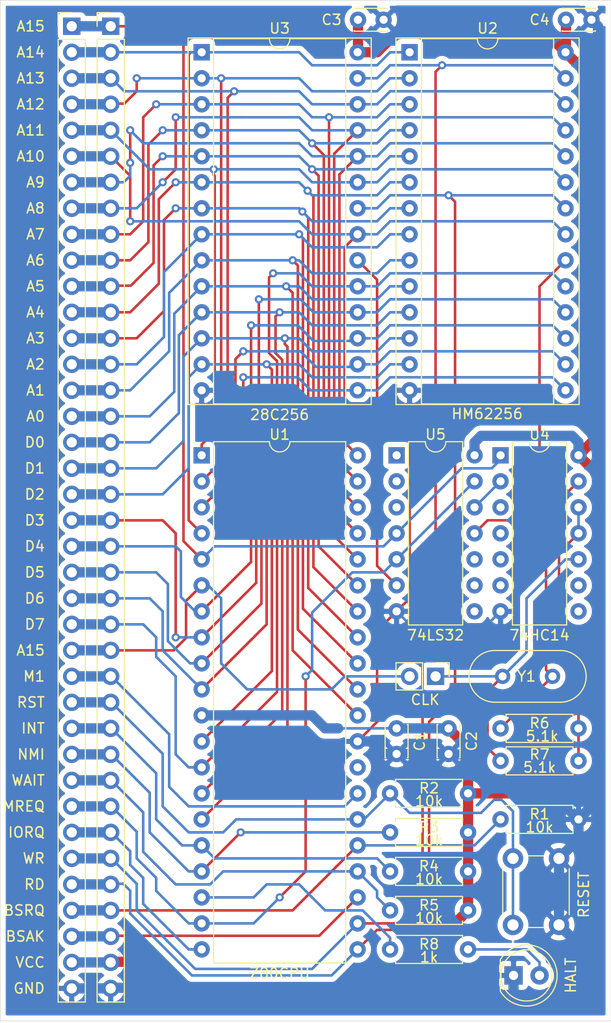
<source format=kicad_pcb>
(kicad_pcb (version 20171130) (host pcbnew 5.1.4+dfsg1-2)
  (layers (0 F.Cu signal) (31 B.Cu signal) (34 B.Paste user) (35 F.Paste user) (36 B.SilkS user) (37 F.SilkS user) (38 B.Mask user) (39 F.Mask user) (44 Edge.Cuts user))
  (net 0 "")
  (net 1 IOREQ)
  (net 2 MREQ)
  (net 3 HALT)
  (net 4 NMI)
  (net 5 INT)
  (net 6 Vcc)
  (net 7 GND)
  (net 8 RFSH)
  (net 9 M1)
  (net 10 RESET)
  (net 11 CLK)
  (net 12 BUSREQ)
  (net 13 WAIT)
  (net 14 BUSACK)
  (net 15 WR)
  (net 16 RD)
  (net 17 "Net-(U2-Pad20)")
  (net 18 "Net-(U3-Pad20)")
  (net 19 "Net-(U4-Pad2)")
  (net 20 /A15)
  (net 21 /A0)
  (net 22 /A10)
  (net 23 /A9)
  (net 24 /A8)
  (net 25 /A7)
  (net 26 /A6)
  (net 27 /A5)
  (net 28 /A4)
  (net 29 /A3)
  (net 30 /A2)
  (net 31 /A1)
  (net 32 /A14)
  (net 33 /A13)
  (net 34 /A12)
  (net 35 /A11)
  (net 36 /D1)
  (net 37 /D0)
  (net 38 /D7)
  (net 39 /D2)
  (net 40 /D6)
  (net 41 /D5)
  (net 42 /D3)
  (net 43 /D4)
  (net 44 "Net-(JP1-Pad1)")
  (net 45 "Net-(LED1-Pad2)")
  (net 46 "Net-(R6-Pad2)")
  (net 47 "Net-(R6-Pad1)")
  (module Capacitor_THT:C_Disc_D3.0mm_W2.0mm_P2.50mm (layer F.Cu) (at 68.62 18.415)
    (fp_text reference C4 (at -2.58 0) (layer F.SilkS))
    (fp_text value 0.1uF)
    (pad 2 thru_hole circle (at 2.5 0) (size 1.6 1.6) (drill 0.8) (layers *.Cu *.Mask) (net 7 GND))
    (pad 1 thru_hole circle (at 0 0) (size 1.6 1.6) (drill 0.8) (layers *.Cu *.Mask) (net 6 Vcc))
  )
  (module Capacitor_THT:C_Disc_D3.0mm_W2.0mm_P2.50mm (layer F.Cu) (at 48.3 18.415)
    (fp_text reference C3 (at -2.58 0) (layer F.SilkS))
    (fp_text value 0.1uF)
    (pad 2 thru_hole circle (at 2.5 0) (size 1.6 1.6) (drill 0.8) (layers *.Cu *.Mask) (net 7 GND))
    (pad 1 thru_hole circle (at 0 0) (size 1.6 1.6) (drill 0.8) (layers *.Cu *.Mask) (net 6 Vcc))
  )
  (module Resistor_THT:R_Axial_DIN0207_L6.3mm_D2.5mm_P7.62mm_Horizontal (layer F.Cu) (at 51.435 109.22)
    (fp_text reference R8 (at 3.81 -0.508) (layer F.SilkS))
    (fp_text value 1k (at 3.81 0.762) (layer F.SilkS))
    (pad 2 thru_hole oval (at 7.62 0) (size 1.6 1.6) (drill 0.8) (layers *.Cu *.Mask) (net 45 "Net-(LED1-Pad2)"))
    (pad 1 thru_hole circle (at 0 0) (size 1.6 1.6) (drill 0.8) (layers *.Cu *.Mask) (net 3 HALT))
  )
  (module LED_THT:LED_D5.0mm (layer F.Cu) (at 63.5 111.76)
    (fp_text reference LED1)
    (fp_text value HALT (at 5.588 0 90) (layer F.SilkS))
    (pad 2 thru_hole circle (at 2.54 0) (size 1.8 1.8) (drill 0.9) (layers *.Cu *.Mask) (net 45 "Net-(LED1-Pad2)"))
    (pad 1 thru_hole rect (at 0 0) (size 1.8 1.8) (drill 0.9) (layers *.Cu *.Mask) (net 7 GND))
  )
  (module Package_DIP:DIP-40_W15.24mm (layer F.Cu) (at 33.02 60.96)
    (fp_text reference U1 (at 7.62 -2.032) (layer F.SilkS))
    (fp_text value Z80CPU (at 7.62 50.59) (layer F.SilkS))
    (pad 40 thru_hole oval (at 15.24 0) (size 1.6 1.6) (drill 0.8) (layers *.Cu *.Mask) (net 22 /A10))
    (pad 20 thru_hole oval (at 0 48.26) (size 1.6 1.6) (drill 0.8) (layers *.Cu *.Mask) (net 1 IOREQ))
    (pad 39 thru_hole oval (at 15.24 2.54) (size 1.6 1.6) (drill 0.8) (layers *.Cu *.Mask) (net 23 /A9))
    (pad 19 thru_hole oval (at 0 45.72) (size 1.6 1.6) (drill 0.8) (layers *.Cu *.Mask) (net 2 MREQ))
    (pad 38 thru_hole oval (at 15.24 5.08) (size 1.6 1.6) (drill 0.8) (layers *.Cu *.Mask) (net 24 /A8))
    (pad 18 thru_hole oval (at 0 43.18) (size 1.6 1.6) (drill 0.8) (layers *.Cu *.Mask) (net 3 HALT))
    (pad 37 thru_hole oval (at 15.24 7.62) (size 1.6 1.6) (drill 0.8) (layers *.Cu *.Mask) (net 25 /A7))
    (pad 17 thru_hole oval (at 0 40.64) (size 1.6 1.6) (drill 0.8) (layers *.Cu *.Mask) (net 4 NMI))
    (pad 36 thru_hole oval (at 15.24 10.16) (size 1.6 1.6) (drill 0.8) (layers *.Cu *.Mask) (net 26 /A6))
    (pad 16 thru_hole oval (at 0 38.1) (size 1.6 1.6) (drill 0.8) (layers *.Cu *.Mask) (net 5 INT))
    (pad 35 thru_hole oval (at 15.24 12.7) (size 1.6 1.6) (drill 0.8) (layers *.Cu *.Mask) (net 27 /A5))
    (pad 15 thru_hole oval (at 0 35.56) (size 1.6 1.6) (drill 0.8) (layers *.Cu *.Mask) (net 36 /D1))
    (pad 34 thru_hole oval (at 15.24 15.24) (size 1.6 1.6) (drill 0.8) (layers *.Cu *.Mask) (net 28 /A4))
    (pad 14 thru_hole oval (at 0 33.02) (size 1.6 1.6) (drill 0.8) (layers *.Cu *.Mask) (net 37 /D0))
    (pad 33 thru_hole oval (at 15.24 17.78) (size 1.6 1.6) (drill 0.8) (layers *.Cu *.Mask) (net 29 /A3))
    (pad 13 thru_hole oval (at 0 30.48) (size 1.6 1.6) (drill 0.8) (layers *.Cu *.Mask) (net 38 /D7))
    (pad 32 thru_hole oval (at 15.24 20.32) (size 1.6 1.6) (drill 0.8) (layers *.Cu *.Mask) (net 30 /A2))
    (pad 12 thru_hole oval (at 0 27.94) (size 1.6 1.6) (drill 0.8) (layers *.Cu *.Mask) (net 39 /D2))
    (pad 31 thru_hole oval (at 15.24 22.86) (size 1.6 1.6) (drill 0.8) (layers *.Cu *.Mask) (net 31 /A1))
    (pad 11 thru_hole oval (at 0 25.4) (size 1.6 1.6) (drill 0.8) (layers *.Cu *.Mask) (net 6 Vcc))
    (pad 30 thru_hole oval (at 15.24 25.4) (size 1.6 1.6) (drill 0.8) (layers *.Cu *.Mask) (net 21 /A0))
    (pad 10 thru_hole oval (at 0 22.86) (size 1.6 1.6) (drill 0.8) (layers *.Cu *.Mask) (net 40 /D6))
    (pad 29 thru_hole oval (at 15.24 27.94) (size 1.6 1.6) (drill 0.8) (layers *.Cu *.Mask) (net 7 GND))
    (pad 9 thru_hole oval (at 0 20.32) (size 1.6 1.6) (drill 0.8) (layers *.Cu *.Mask) (net 41 /D5))
    (pad 28 thru_hole oval (at 15.24 30.48) (size 1.6 1.6) (drill 0.8) (layers *.Cu *.Mask) (net 8 RFSH))
    (pad 8 thru_hole oval (at 0 17.78) (size 1.6 1.6) (drill 0.8) (layers *.Cu *.Mask) (net 42 /D3))
    (pad 27 thru_hole oval (at 15.24 33.02) (size 1.6 1.6) (drill 0.8) (layers *.Cu *.Mask) (net 9 M1))
    (pad 7 thru_hole oval (at 0 15.24) (size 1.6 1.6) (drill 0.8) (layers *.Cu *.Mask) (net 43 /D4))
    (pad 26 thru_hole oval (at 15.24 35.56) (size 1.6 1.6) (drill 0.8) (layers *.Cu *.Mask) (net 10 RESET))
    (pad 6 thru_hole oval (at 0 12.7) (size 1.6 1.6) (drill 0.8) (layers *.Cu *.Mask) (net 11 CLK))
    (pad 25 thru_hole oval (at 15.24 38.1) (size 1.6 1.6) (drill 0.8) (layers *.Cu *.Mask) (net 12 BUSREQ))
    (pad 5 thru_hole oval (at 0 10.16) (size 1.6 1.6) (drill 0.8) (layers *.Cu *.Mask) (net 20 /A15))
    (pad 24 thru_hole oval (at 15.24 40.64) (size 1.6 1.6) (drill 0.8) (layers *.Cu *.Mask) (net 13 WAIT))
    (pad 4 thru_hole oval (at 0 7.62) (size 1.6 1.6) (drill 0.8) (layers *.Cu *.Mask) (net 32 /A14))
    (pad 23 thru_hole oval (at 15.24 43.18) (size 1.6 1.6) (drill 0.8) (layers *.Cu *.Mask) (net 14 BUSACK))
    (pad 3 thru_hole oval (at 0 5.08) (size 1.6 1.6) (drill 0.8) (layers *.Cu *.Mask) (net 33 /A13))
    (pad 22 thru_hole oval (at 15.24 45.72) (size 1.6 1.6) (drill 0.8) (layers *.Cu *.Mask) (net 15 WR))
    (pad 2 thru_hole oval (at 0 2.54) (size 1.6 1.6) (drill 0.8) (layers *.Cu *.Mask) (net 34 /A12))
    (pad 21 thru_hole oval (at 15.24 48.26) (size 1.6 1.6) (drill 0.8) (layers *.Cu *.Mask) (net 16 RD))
    (pad 1 thru_hole rect (at 0 0) (size 1.6 1.6) (drill 0.8) (layers *.Cu *.Mask) (net 35 /A11))
  )
  (module Package_DIP:DIP-28_W15.24mm_Socket (layer F.Cu) (at 53.34 21.59)
    (fp_text reference U2 (at 7.62 -2.33) (layer F.SilkS))
    (fp_text value HM62256 (at 7.58 35.32) (layer F.SilkS))
    (pad 28 thru_hole oval (at 15.24 0) (size 1.6 1.6) (drill 0.8) (layers *.Cu *.Mask) (net 6 Vcc))
    (pad 14 thru_hole oval (at 0 33.02) (size 1.6 1.6) (drill 0.8) (layers *.Cu *.Mask) (net 7 GND))
    (pad 27 thru_hole oval (at 15.24 2.54) (size 1.6 1.6) (drill 0.8) (layers *.Cu *.Mask) (net 15 WR))
    (pad 13 thru_hole oval (at 0 30.48) (size 1.6 1.6) (drill 0.8) (layers *.Cu *.Mask) (net 39 /D2))
    (pad 26 thru_hole oval (at 15.24 5.08) (size 1.6 1.6) (drill 0.8) (layers *.Cu *.Mask) (net 33 /A13))
    (pad 12 thru_hole oval (at 0 27.94) (size 1.6 1.6) (drill 0.8) (layers *.Cu *.Mask) (net 36 /D1))
    (pad 25 thru_hole oval (at 15.24 7.62) (size 1.6 1.6) (drill 0.8) (layers *.Cu *.Mask) (net 24 /A8))
    (pad 11 thru_hole oval (at 0 25.4) (size 1.6 1.6) (drill 0.8) (layers *.Cu *.Mask) (net 37 /D0))
    (pad 24 thru_hole oval (at 15.24 10.16) (size 1.6 1.6) (drill 0.8) (layers *.Cu *.Mask) (net 23 /A9))
    (pad 10 thru_hole oval (at 0 22.86) (size 1.6 1.6) (drill 0.8) (layers *.Cu *.Mask) (net 21 /A0))
    (pad 23 thru_hole oval (at 15.24 12.7) (size 1.6 1.6) (drill 0.8) (layers *.Cu *.Mask) (net 35 /A11))
    (pad 9 thru_hole oval (at 0 20.32) (size 1.6 1.6) (drill 0.8) (layers *.Cu *.Mask) (net 31 /A1))
    (pad 22 thru_hole oval (at 15.24 15.24) (size 1.6 1.6) (drill 0.8) (layers *.Cu *.Mask) (net 16 RD))
    (pad 8 thru_hole oval (at 0 17.78) (size 1.6 1.6) (drill 0.8) (layers *.Cu *.Mask) (net 30 /A2))
    (pad 21 thru_hole oval (at 15.24 17.78) (size 1.6 1.6) (drill 0.8) (layers *.Cu *.Mask) (net 22 /A10))
    (pad 7 thru_hole oval (at 0 15.24) (size 1.6 1.6) (drill 0.8) (layers *.Cu *.Mask) (net 29 /A3))
    (pad 20 thru_hole oval (at 15.24 20.32) (size 1.6 1.6) (drill 0.8) (layers *.Cu *.Mask) (net 17 "Net-(U2-Pad20)"))
    (pad 6 thru_hole oval (at 0 12.7) (size 1.6 1.6) (drill 0.8) (layers *.Cu *.Mask) (net 28 /A4))
    (pad 19 thru_hole oval (at 15.24 22.86) (size 1.6 1.6) (drill 0.8) (layers *.Cu *.Mask) (net 38 /D7))
    (pad 5 thru_hole oval (at 0 10.16) (size 1.6 1.6) (drill 0.8) (layers *.Cu *.Mask) (net 27 /A5))
    (pad 18 thru_hole oval (at 15.24 25.4) (size 1.6 1.6) (drill 0.8) (layers *.Cu *.Mask) (net 40 /D6))
    (pad 4 thru_hole oval (at 0 7.62) (size 1.6 1.6) (drill 0.8) (layers *.Cu *.Mask) (net 26 /A6))
    (pad 17 thru_hole oval (at 15.24 27.94) (size 1.6 1.6) (drill 0.8) (layers *.Cu *.Mask) (net 41 /D5))
    (pad 3 thru_hole oval (at 0 5.08) (size 1.6 1.6) (drill 0.8) (layers *.Cu *.Mask) (net 25 /A7))
    (pad 16 thru_hole oval (at 15.24 30.48) (size 1.6 1.6) (drill 0.8) (layers *.Cu *.Mask) (net 43 /D4))
    (pad 2 thru_hole oval (at 0 2.54) (size 1.6 1.6) (drill 0.8) (layers *.Cu *.Mask) (net 34 /A12))
    (pad 15 thru_hole oval (at 15.24 33.02) (size 1.6 1.6) (drill 0.8) (layers *.Cu *.Mask) (net 42 /D3))
    (pad 1 thru_hole rect (at 0 0) (size 1.6 1.6) (drill 0.8) (layers *.Cu *.Mask) (net 32 /A14))
  )
  (module Package_DIP:DIP-28_W15.24mm_Socket (layer F.Cu) (at 33.02 21.59)
    (fp_text reference U3 (at 7.62 -2.33) (layer F.SilkS))
    (fp_text value 28C256 (at 7.62 35.41) (layer F.SilkS))
    (pad 28 thru_hole oval (at 15.24 0) (size 1.6 1.6) (drill 0.8) (layers *.Cu *.Mask) (net 6 Vcc))
    (pad 14 thru_hole oval (at 0 33.02) (size 1.6 1.6) (drill 0.8) (layers *.Cu *.Mask) (net 7 GND))
    (pad 27 thru_hole oval (at 15.24 2.54) (size 1.6 1.6) (drill 0.8) (layers *.Cu *.Mask) (net 15 WR))
    (pad 13 thru_hole oval (at 0 30.48) (size 1.6 1.6) (drill 0.8) (layers *.Cu *.Mask) (net 39 /D2))
    (pad 26 thru_hole oval (at 15.24 5.08) (size 1.6 1.6) (drill 0.8) (layers *.Cu *.Mask) (net 33 /A13))
    (pad 12 thru_hole oval (at 0 27.94) (size 1.6 1.6) (drill 0.8) (layers *.Cu *.Mask) (net 36 /D1))
    (pad 25 thru_hole oval (at 15.24 7.62) (size 1.6 1.6) (drill 0.8) (layers *.Cu *.Mask) (net 24 /A8))
    (pad 11 thru_hole oval (at 0 25.4) (size 1.6 1.6) (drill 0.8) (layers *.Cu *.Mask) (net 37 /D0))
    (pad 24 thru_hole oval (at 15.24 10.16) (size 1.6 1.6) (drill 0.8) (layers *.Cu *.Mask) (net 23 /A9))
    (pad 10 thru_hole oval (at 0 22.86) (size 1.6 1.6) (drill 0.8) (layers *.Cu *.Mask) (net 21 /A0))
    (pad 23 thru_hole oval (at 15.24 12.7) (size 1.6 1.6) (drill 0.8) (layers *.Cu *.Mask) (net 35 /A11))
    (pad 9 thru_hole oval (at 0 20.32) (size 1.6 1.6) (drill 0.8) (layers *.Cu *.Mask) (net 31 /A1))
    (pad 22 thru_hole oval (at 15.24 15.24) (size 1.6 1.6) (drill 0.8) (layers *.Cu *.Mask) (net 16 RD))
    (pad 8 thru_hole oval (at 0 17.78) (size 1.6 1.6) (drill 0.8) (layers *.Cu *.Mask) (net 30 /A2))
    (pad 21 thru_hole oval (at 15.24 17.78) (size 1.6 1.6) (drill 0.8) (layers *.Cu *.Mask) (net 22 /A10))
    (pad 7 thru_hole oval (at 0 15.24) (size 1.6 1.6) (drill 0.8) (layers *.Cu *.Mask) (net 29 /A3))
    (pad 20 thru_hole oval (at 15.24 20.32) (size 1.6 1.6) (drill 0.8) (layers *.Cu *.Mask) (net 18 "Net-(U3-Pad20)"))
    (pad 6 thru_hole oval (at 0 12.7) (size 1.6 1.6) (drill 0.8) (layers *.Cu *.Mask) (net 28 /A4))
    (pad 19 thru_hole oval (at 15.24 22.86) (size 1.6 1.6) (drill 0.8) (layers *.Cu *.Mask) (net 38 /D7))
    (pad 5 thru_hole oval (at 0 10.16) (size 1.6 1.6) (drill 0.8) (layers *.Cu *.Mask) (net 27 /A5))
    (pad 18 thru_hole oval (at 15.24 25.4) (size 1.6 1.6) (drill 0.8) (layers *.Cu *.Mask) (net 40 /D6))
    (pad 4 thru_hole oval (at 0 7.62) (size 1.6 1.6) (drill 0.8) (layers *.Cu *.Mask) (net 26 /A6))
    (pad 17 thru_hole oval (at 15.24 27.94) (size 1.6 1.6) (drill 0.8) (layers *.Cu *.Mask) (net 41 /D5))
    (pad 3 thru_hole oval (at 0 5.08) (size 1.6 1.6) (drill 0.8) (layers *.Cu *.Mask) (net 25 /A7))
    (pad 16 thru_hole oval (at 15.24 30.48) (size 1.6 1.6) (drill 0.8) (layers *.Cu *.Mask) (net 43 /D4))
    (pad 2 thru_hole oval (at 0 2.54) (size 1.6 1.6) (drill 0.8) (layers *.Cu *.Mask) (net 34 /A12))
    (pad 15 thru_hole oval (at 15.24 33.02) (size 1.6 1.6) (drill 0.8) (layers *.Cu *.Mask) (net 42 /D3))
    (pad 1 thru_hole rect (at 0 0) (size 1.6 1.6) (drill 0.8) (layers *.Cu *.Mask) (net 32 /A14))
  )
  (module Connector_PinHeader_2.54mm:PinHeader_1x38_P2.54mm_Vertical (layer F.Cu) (at 24.13 19.05)
    (fp_text reference J1 hide)
    (fp_text value Conn_01x38)
    (pad 38 thru_hole oval (at 0 93.98) (size 1.7 1.7) (drill 1) (layers *.Cu *.Mask) (net 7 GND))
    (pad 37 thru_hole oval (at 0 91.44) (size 1.7 1.7) (drill 1) (layers *.Cu *.Mask) (net 6 Vcc))
    (pad 36 thru_hole oval (at 0 88.9) (size 1.7 1.7) (drill 1) (layers *.Cu *.Mask) (net 14 BUSACK))
    (pad 35 thru_hole oval (at 0 86.36) (size 1.7 1.7) (drill 1) (layers *.Cu *.Mask) (net 12 BUSREQ))
    (pad 34 thru_hole oval (at 0 83.82) (size 1.7 1.7) (drill 1) (layers *.Cu *.Mask) (net 16 RD))
    (pad 33 thru_hole oval (at 0 81.28) (size 1.7 1.7) (drill 1) (layers *.Cu *.Mask) (net 15 WR))
    (pad 32 thru_hole oval (at 0 78.74) (size 1.7 1.7) (drill 1) (layers *.Cu *.Mask) (net 1 IOREQ))
    (pad 31 thru_hole oval (at 0 76.2) (size 1.7 1.7) (drill 1) (layers *.Cu *.Mask) (net 2 MREQ))
    (pad 30 thru_hole oval (at 0 73.66) (size 1.7 1.7) (drill 1) (layers *.Cu *.Mask) (net 13 WAIT))
    (pad 29 thru_hole oval (at 0 71.12) (size 1.7 1.7) (drill 1) (layers *.Cu *.Mask) (net 4 NMI))
    (pad 28 thru_hole oval (at 0 68.58) (size 1.7 1.7) (drill 1) (layers *.Cu *.Mask) (net 5 INT))
    (pad 27 thru_hole oval (at 0 66.04) (size 1.7 1.7) (drill 1) (layers *.Cu *.Mask) (net 10 RESET))
    (pad 26 thru_hole oval (at 0 63.5) (size 1.7 1.7) (drill 1) (layers *.Cu *.Mask) (net 9 M1))
    (pad 25 thru_hole oval (at 0 60.96) (size 1.7 1.7) (drill 1) (layers *.Cu *.Mask) (net 11 CLK))
    (pad 24 thru_hole oval (at 0 58.42) (size 1.7 1.7) (drill 1) (layers *.Cu *.Mask) (net 38 /D7))
    (pad 23 thru_hole oval (at 0 55.88) (size 1.7 1.7) (drill 1) (layers *.Cu *.Mask) (net 40 /D6))
    (pad 22 thru_hole oval (at 0 53.34) (size 1.7 1.7) (drill 1) (layers *.Cu *.Mask) (net 41 /D5))
    (pad 21 thru_hole oval (at 0 50.8) (size 1.7 1.7) (drill 1) (layers *.Cu *.Mask) (net 43 /D4))
    (pad 20 thru_hole oval (at 0 48.26) (size 1.7 1.7) (drill 1) (layers *.Cu *.Mask) (net 42 /D3))
    (pad 19 thru_hole oval (at 0 45.72) (size 1.7 1.7) (drill 1) (layers *.Cu *.Mask) (net 39 /D2))
    (pad 18 thru_hole oval (at 0 43.18) (size 1.7 1.7) (drill 1) (layers *.Cu *.Mask) (net 36 /D1))
    (pad 17 thru_hole oval (at 0 40.64) (size 1.7 1.7) (drill 1) (layers *.Cu *.Mask) (net 37 /D0))
    (pad 16 thru_hole oval (at 0 38.1) (size 1.7 1.7) (drill 1) (layers *.Cu *.Mask) (net 21 /A0))
    (pad 15 thru_hole oval (at 0 35.56) (size 1.7 1.7) (drill 1) (layers *.Cu *.Mask) (net 31 /A1))
    (pad 14 thru_hole oval (at 0 33.02) (size 1.7 1.7) (drill 1) (layers *.Cu *.Mask) (net 30 /A2))
    (pad 13 thru_hole oval (at 0 30.48) (size 1.7 1.7) (drill 1) (layers *.Cu *.Mask) (net 29 /A3))
    (pad 12 thru_hole oval (at 0 27.94) (size 1.7 1.7) (drill 1) (layers *.Cu *.Mask) (net 28 /A4))
    (pad 11 thru_hole oval (at 0 25.4) (size 1.7 1.7) (drill 1) (layers *.Cu *.Mask) (net 27 /A5))
    (pad 10 thru_hole oval (at 0 22.86) (size 1.7 1.7) (drill 1) (layers *.Cu *.Mask) (net 26 /A6))
    (pad 9 thru_hole oval (at 0 20.32) (size 1.7 1.7) (drill 1) (layers *.Cu *.Mask) (net 25 /A7))
    (pad 8 thru_hole oval (at 0 17.78) (size 1.7 1.7) (drill 1) (layers *.Cu *.Mask) (net 24 /A8))
    (pad 7 thru_hole oval (at 0 15.24) (size 1.7 1.7) (drill 1) (layers *.Cu *.Mask) (net 23 /A9))
    (pad 6 thru_hole oval (at 0 12.7) (size 1.7 1.7) (drill 1) (layers *.Cu *.Mask) (net 22 /A10))
    (pad 5 thru_hole oval (at 0 10.16) (size 1.7 1.7) (drill 1) (layers *.Cu *.Mask) (net 35 /A11))
    (pad 4 thru_hole oval (at 0 7.62) (size 1.7 1.7) (drill 1) (layers *.Cu *.Mask) (net 34 /A12))
    (pad 3 thru_hole oval (at 0 5.08) (size 1.7 1.7) (drill 1) (layers *.Cu *.Mask) (net 33 /A13))
    (pad 2 thru_hole oval (at 0 2.54) (size 1.7 1.7) (drill 1) (layers *.Cu *.Mask) (net 32 /A14))
    (pad 1 thru_hole rect (at 0 0) (size 1.7 1.7) (drill 1) (layers *.Cu *.Mask) (net 20 /A15))
  )
  (module Connector_PinHeader_2.54mm:PinHeader_1x38_P2.54mm_Vertical (layer F.Cu) (at 20.32 19.05)
    (fp_text reference J1 hide)
    (fp_text value Conn_01x38)
    (pad 38 thru_hole oval (at 0 93.98) (size 1.7 1.7) (drill 1) (layers *.Cu *.Mask) (net 7 GND))
    (pad 37 thru_hole oval (at 0 91.44) (size 1.7 1.7) (drill 1) (layers *.Cu *.Mask) (net 6 Vcc))
    (pad 36 thru_hole oval (at 0 88.9) (size 1.7 1.7) (drill 1) (layers *.Cu *.Mask) (net 14 BUSACK))
    (pad 35 thru_hole oval (at 0 86.36) (size 1.7 1.7) (drill 1) (layers *.Cu *.Mask) (net 12 BUSREQ))
    (pad 34 thru_hole oval (at 0 83.82) (size 1.7 1.7) (drill 1) (layers *.Cu *.Mask) (net 16 RD))
    (pad 33 thru_hole oval (at 0 81.28) (size 1.7 1.7) (drill 1) (layers *.Cu *.Mask) (net 15 WR))
    (pad 32 thru_hole oval (at 0 78.74) (size 1.7 1.7) (drill 1) (layers *.Cu *.Mask) (net 1 IOREQ))
    (pad 31 thru_hole oval (at 0 76.2) (size 1.7 1.7) (drill 1) (layers *.Cu *.Mask) (net 2 MREQ))
    (pad 30 thru_hole oval (at 0 73.66) (size 1.7 1.7) (drill 1) (layers *.Cu *.Mask) (net 13 WAIT))
    (pad 29 thru_hole oval (at 0 71.12) (size 1.7 1.7) (drill 1) (layers *.Cu *.Mask) (net 4 NMI))
    (pad 28 thru_hole oval (at 0 68.58) (size 1.7 1.7) (drill 1) (layers *.Cu *.Mask) (net 5 INT))
    (pad 27 thru_hole oval (at 0 66.04) (size 1.7 1.7) (drill 1) (layers *.Cu *.Mask) (net 10 RESET))
    (pad 26 thru_hole oval (at 0 63.5) (size 1.7 1.7) (drill 1) (layers *.Cu *.Mask) (net 9 M1))
    (pad 25 thru_hole oval (at 0 60.96) (size 1.7 1.7) (drill 1) (layers *.Cu *.Mask) (net 11 CLK))
    (pad 24 thru_hole oval (at 0 58.42) (size 1.7 1.7) (drill 1) (layers *.Cu *.Mask) (net 38 /D7))
    (pad 23 thru_hole oval (at 0 55.88) (size 1.7 1.7) (drill 1) (layers *.Cu *.Mask) (net 40 /D6))
    (pad 22 thru_hole oval (at 0 53.34) (size 1.7 1.7) (drill 1) (layers *.Cu *.Mask) (net 41 /D5))
    (pad 21 thru_hole oval (at 0 50.8) (size 1.7 1.7) (drill 1) (layers *.Cu *.Mask) (net 43 /D4))
    (pad 20 thru_hole oval (at 0 48.26) (size 1.7 1.7) (drill 1) (layers *.Cu *.Mask) (net 42 /D3))
    (pad 19 thru_hole oval (at 0 45.72) (size 1.7 1.7) (drill 1) (layers *.Cu *.Mask) (net 39 /D2))
    (pad 18 thru_hole oval (at 0 43.18) (size 1.7 1.7) (drill 1) (layers *.Cu *.Mask) (net 36 /D1))
    (pad 17 thru_hole oval (at 0 40.64) (size 1.7 1.7) (drill 1) (layers *.Cu *.Mask) (net 37 /D0))
    (pad 16 thru_hole oval (at 0 38.1) (size 1.7 1.7) (drill 1) (layers *.Cu *.Mask) (net 21 /A0))
    (pad 15 thru_hole oval (at 0 35.56) (size 1.7 1.7) (drill 1) (layers *.Cu *.Mask) (net 31 /A1))
    (pad 14 thru_hole oval (at 0 33.02) (size 1.7 1.7) (drill 1) (layers *.Cu *.Mask) (net 30 /A2))
    (pad 13 thru_hole oval (at 0 30.48) (size 1.7 1.7) (drill 1) (layers *.Cu *.Mask) (net 29 /A3))
    (pad 12 thru_hole oval (at 0 27.94) (size 1.7 1.7) (drill 1) (layers *.Cu *.Mask) (net 28 /A4))
    (pad 11 thru_hole oval (at 0 25.4) (size 1.7 1.7) (drill 1) (layers *.Cu *.Mask) (net 27 /A5))
    (pad 10 thru_hole oval (at 0 22.86) (size 1.7 1.7) (drill 1) (layers *.Cu *.Mask) (net 26 /A6))
    (pad 9 thru_hole oval (at 0 20.32) (size 1.7 1.7) (drill 1) (layers *.Cu *.Mask) (net 25 /A7))
    (pad 8 thru_hole oval (at 0 17.78) (size 1.7 1.7) (drill 1) (layers *.Cu *.Mask) (net 24 /A8))
    (pad 7 thru_hole oval (at 0 15.24) (size 1.7 1.7) (drill 1) (layers *.Cu *.Mask) (net 23 /A9))
    (pad 6 thru_hole oval (at 0 12.7) (size 1.7 1.7) (drill 1) (layers *.Cu *.Mask) (net 22 /A10))
    (pad 5 thru_hole oval (at 0 10.16) (size 1.7 1.7) (drill 1) (layers *.Cu *.Mask) (net 35 /A11))
    (pad 4 thru_hole oval (at 0 7.62) (size 1.7 1.7) (drill 1) (layers *.Cu *.Mask) (net 34 /A12))
    (pad 3 thru_hole oval (at 0 5.08) (size 1.7 1.7) (drill 1) (layers *.Cu *.Mask) (net 33 /A13))
    (pad 2 thru_hole oval (at 0 2.54) (size 1.7 1.7) (drill 1) (layers *.Cu *.Mask) (net 32 /A14))
    (pad 1 thru_hole rect (at 0 0) (size 1.7 1.7) (drill 1) (layers *.Cu *.Mask) (net 20 /A15))
  )
  (module Package_DIP:DIP-14_W7.62mm (layer F.Cu) (at 52.07 60.96)
    (fp_text reference U5 (at 3.81 -2.032) (layer F.SilkS))
    (fp_text value 74LS32 (at 3.81 17.57) (layer F.SilkS))
    (pad 14 thru_hole oval (at 7.62 0) (size 1.6 1.6) (drill 0.8) (layers *.Cu *.Mask) (net 6 Vcc))
    (pad 7 thru_hole oval (at 0 15.24) (size 1.6 1.6) (drill 0.8) (layers *.Cu *.Mask) (net 7 GND))
    (pad 13 thru_hole oval (at 7.62 2.54) (size 1.6 1.6) (drill 0.8) (layers *.Cu *.Mask) (net 2 MREQ))
    (pad 6 thru_hole oval (at 0 12.7) (size 1.6 1.6) (drill 0.8) (layers *.Cu *.Mask) (net 18 "Net-(U3-Pad20)"))
    (pad 12 thru_hole oval (at 7.62 5.08) (size 1.6 1.6) (drill 0.8) (layers *.Cu *.Mask) (net 19 "Net-(U4-Pad2)"))
    (pad 5 thru_hole oval (at 0 10.16) (size 1.6 1.6) (drill 0.8) (layers *.Cu *.Mask) (net 2 MREQ))
    (pad 11 thru_hole oval (at 7.62 7.62) (size 1.6 1.6) (drill 0.8) (layers *.Cu *.Mask) (net 17 "Net-(U2-Pad20)"))
    (pad 4 thru_hole oval (at 0 7.62) (size 1.6 1.6) (drill 0.8) (layers *.Cu *.Mask) (net 20 /A15))
    (pad 10 thru_hole oval (at 7.62 10.16) (size 1.6 1.6) (drill 0.8) (layers *.Cu *.Mask))
    (pad 3 thru_hole oval (at 0 5.08) (size 1.6 1.6) (drill 0.8) (layers *.Cu *.Mask))
    (pad 9 thru_hole oval (at 7.62 12.7) (size 1.6 1.6) (drill 0.8) (layers *.Cu *.Mask))
    (pad 2 thru_hole oval (at 0 2.54) (size 1.6 1.6) (drill 0.8) (layers *.Cu *.Mask))
    (pad 8 thru_hole oval (at 7.62 15.24) (size 1.6 1.6) (drill 0.8) (layers *.Cu *.Mask))
    (pad 1 thru_hole rect (at 0 0) (size 1.6 1.6) (drill 0.8) (layers *.Cu *.Mask))
  )
  (module Connector_PinHeader_2.54mm:PinHeader_1x02_P2.54mm_Vertical (layer F.Cu) (at 55.88 82.55 270)
    (fp_text reference JP1)
    (fp_text value CLK (at 2.286 1.016) (layer F.SilkS))
    (pad 2 thru_hole oval (at 0 2.54 270) (size 1.7 1.7) (drill 1) (layers *.Cu *.Mask) (net 11 CLK))
    (pad 1 thru_hole rect (at 0 0 270) (size 1.7 1.7) (drill 1) (layers *.Cu *.Mask) (net 44 "Net-(JP1-Pad1)"))
  )
  (module Crystal:Crystal_HC49-4H_Vertical (layer F.Cu) (at 67.31 82.55 180)
    (fp_text reference Y1 (at 2.54 0) (layer F.SilkS))
    (fp_text value Crystal)
    (pad 2 thru_hole circle (at 4.88 0 180) (size 1.5 1.5) (drill 0.8) (layers *.Cu *.Mask) (net 44 "Net-(JP1-Pad1)"))
    (pad 1 thru_hole circle (at 0 0 180) (size 1.5 1.5) (drill 0.8) (layers *.Cu *.Mask) (net 46 "Net-(R6-Pad2)"))
  )
  (module Package_DIP:DIP-14_W7.62mm (layer F.Cu) (at 62.23 60.96)
    (fp_text reference U4 (at 3.81 -2.032) (layer F.SilkS))
    (fp_text value 74HC14 (at 3.81 17.57) (layer F.SilkS))
    (pad 14 thru_hole oval (at 7.62 0) (size 1.6 1.6) (drill 0.8) (layers *.Cu *.Mask) (net 6 Vcc))
    (pad 7 thru_hole oval (at 0 15.24) (size 1.6 1.6) (drill 0.8) (layers *.Cu *.Mask) (net 7 GND))
    (pad 13 thru_hole oval (at 7.62 2.54) (size 1.6 1.6) (drill 0.8) (layers *.Cu *.Mask) (net 46 "Net-(R6-Pad2)"))
    (pad 6 thru_hole oval (at 0 12.7) (size 1.6 1.6) (drill 0.8) (layers *.Cu *.Mask))
    (pad 12 thru_hole oval (at 7.62 5.08) (size 1.6 1.6) (drill 0.8) (layers *.Cu *.Mask) (net 47 "Net-(R6-Pad1)"))
    (pad 5 thru_hole oval (at 0 10.16) (size 1.6 1.6) (drill 0.8) (layers *.Cu *.Mask))
    (pad 11 thru_hole oval (at 7.62 7.62) (size 1.6 1.6) (drill 0.8) (layers *.Cu *.Mask) (net 47 "Net-(R6-Pad1)"))
    (pad 4 thru_hole oval (at 0 7.62) (size 1.6 1.6) (drill 0.8) (layers *.Cu *.Mask))
    (pad 10 thru_hole oval (at 7.62 10.16) (size 1.6 1.6) (drill 0.8) (layers *.Cu *.Mask) (net 44 "Net-(JP1-Pad1)"))
    (pad 3 thru_hole oval (at 0 5.08) (size 1.6 1.6) (drill 0.8) (layers *.Cu *.Mask))
    (pad 9 thru_hole oval (at 7.62 12.7) (size 1.6 1.6) (drill 0.8) (layers *.Cu *.Mask))
    (pad 2 thru_hole oval (at 0 2.54) (size 1.6 1.6) (drill 0.8) (layers *.Cu *.Mask) (net 19 "Net-(U4-Pad2)"))
    (pad 8 thru_hole oval (at 7.62 15.24) (size 1.6 1.6) (drill 0.8) (layers *.Cu *.Mask))
    (pad 1 thru_hole rect (at 0 0) (size 1.6 1.6) (drill 0.8) (layers *.Cu *.Mask) (net 20 /A15))
  )
  (module Button_Switch_THT:SW_PUSH_6mm (layer F.Cu) (at 67.945 100.33 270)
    (fp_text reference B1)
    (fp_text value RESET (at 3.556 -2.413 90) (layer F.SilkS))
    (pad 1 thru_hole circle (at 6.5 0) (size 2 2) (drill 1.1) (layers *.Cu *.Mask) (net 7 GND))
    (pad 2 thru_hole circle (at 6.5 4.5) (size 2 2) (drill 1.1) (layers *.Cu *.Mask) (net 10 RESET))
    (pad 1 thru_hole circle (at 0 0) (size 2 2) (drill 1.1) (layers *.Cu *.Mask) (net 7 GND))
    (pad 2 thru_hole circle (at 0 4.5) (size 2 2) (drill 1.1) (layers *.Cu *.Mask) (net 10 RESET))
  )
  (module Resistor_THT:R_Axial_DIN0207_L6.3mm_D2.5mm_P7.62mm_Horizontal (layer F.Cu) (at 62.23 90.805)
    (fp_text reference R7 (at 3.81 -0.635) (layer F.SilkS))
    (fp_text value 5.1k (at 3.81 0.635) (layer F.SilkS))
    (pad 2 thru_hole oval (at 7.62 0) (size 1.6 1.6) (drill 0.8) (layers *.Cu *.Mask) (net 47 "Net-(R6-Pad1)"))
    (pad 1 thru_hole circle (at 0 0) (size 1.6 1.6) (drill 0.8) (layers *.Cu *.Mask) (net 44 "Net-(JP1-Pad1)"))
  )
  (module Resistor_THT:R_Axial_DIN0207_L6.3mm_D2.5mm_P7.62mm_Horizontal (layer F.Cu) (at 69.85 87.63 180)
    (fp_text reference R6 (at 3.81 0.508) (layer F.SilkS))
    (fp_text value 5.1k (at 3.556 -0.762) (layer F.SilkS))
    (pad 2 thru_hole oval (at 7.62 0 180) (size 1.6 1.6) (drill 0.8) (layers *.Cu *.Mask) (net 46 "Net-(R6-Pad2)"))
    (pad 1 thru_hole circle (at 0 0 180) (size 1.6 1.6) (drill 0.8) (layers *.Cu *.Mask) (net 47 "Net-(R6-Pad1)"))
  )
  (module Resistor_THT:R_Axial_DIN0207_L6.3mm_D2.5mm_P7.62mm_Horizontal (layer F.Cu) (at 59.055 105.41 180)
    (fp_text reference R5 (at 3.81 0.508) (layer F.SilkS))
    (fp_text value 10k (at 3.81 -0.762) (layer F.SilkS))
    (pad 2 thru_hole oval (at 7.62 0 180) (size 1.6 1.6) (drill 0.8) (layers *.Cu *.Mask) (net 13 WAIT))
    (pad 1 thru_hole circle (at 0 0 180) (size 1.6 1.6) (drill 0.8) (layers *.Cu *.Mask) (net 6 Vcc))
  )
  (module Resistor_THT:R_Axial_DIN0207_L6.3mm_D2.5mm_P7.62mm_Horizontal (layer F.Cu) (at 59.055 101.6 180)
    (fp_text reference R4 (at 3.825 0.508) (layer F.SilkS))
    (fp_text value 10k (at 3.81 -0.762) (layer F.SilkS))
    (pad 2 thru_hole oval (at 7.62 0 180) (size 1.6 1.6) (drill 0.8) (layers *.Cu *.Mask) (net 5 INT))
    (pad 1 thru_hole circle (at 0 0 180) (size 1.6 1.6) (drill 0.8) (layers *.Cu *.Mask) (net 6 Vcc))
  )
  (module Resistor_THT:R_Axial_DIN0207_L6.3mm_D2.5mm_P7.62mm_Horizontal (layer F.Cu) (at 59.055 97.79 180)
    (fp_text reference R3 (at 3.81 0.508) (layer F.SilkS))
    (fp_text value 10k (at 3.81 -0.762) (layer F.SilkS))
    (pad 2 thru_hole oval (at 7.62 0 180) (size 1.6 1.6) (drill 0.8) (layers *.Cu *.Mask) (net 4 NMI))
    (pad 1 thru_hole circle (at 0 0 180) (size 1.6 1.6) (drill 0.8) (layers *.Cu *.Mask) (net 6 Vcc))
  )
  (module Resistor_THT:R_Axial_DIN0207_L6.3mm_D2.5mm_P7.62mm_Horizontal (layer F.Cu) (at 59.055 93.98 180)
    (fp_text reference R2 (at 3.81 0.508) (layer F.SilkS))
    (fp_text value 10k (at 3.81 -0.762) (layer F.SilkS))
    (pad 2 thru_hole oval (at 7.62 0 180) (size 1.6 1.6) (drill 0.8) (layers *.Cu *.Mask) (net 10 RESET))
    (pad 1 thru_hole circle (at 0 0 180) (size 1.6 1.6) (drill 0.8) (layers *.Cu *.Mask) (net 6 Vcc))
  )
  (module Resistor_THT:R_Axial_DIN0207_L6.3mm_D2.5mm_P7.62mm_Horizontal (layer F.Cu) (at 62.23 96.52)
    (fp_text reference R1 (at 3.81 -0.508) (layer F.SilkS))
    (fp_text value 10k (at 3.81 0.762) (layer F.SilkS))
    (pad 2 thru_hole oval (at 7.62 0) (size 1.6 1.6) (drill 0.8) (layers *.Cu *.Mask) (net 7 GND))
    (pad 1 thru_hole circle (at 0 0) (size 1.6 1.6) (drill 0.8) (layers *.Cu *.Mask) (net 12 BUSREQ))
  )
  (module Capacitor_THT:C_Disc_D3.0mm_W2.0mm_P2.50mm (layer F.Cu) (at 57.15 87.63 270)
    (fp_text reference C2 (at 1.25 -2.25 90) (layer F.SilkS))
    (fp_text value 0.47uF)
    (pad 2 thru_hole circle (at 2.5 0 270) (size 1.6 1.6) (drill 0.8) (layers *.Cu *.Mask) (net 7 GND))
    (pad 1 thru_hole circle (at 0 0 270) (size 1.6 1.6) (drill 0.8) (layers *.Cu *.Mask) (net 6 Vcc))
  )
  (module Capacitor_THT:C_Disc_D3.0mm_W2.0mm_P2.50mm (layer F.Cu) (at 52.07 87.63 270)
    (fp_text reference C1 (at 1.25 -2.25 90) (layer F.SilkS))
    (fp_text value 0.1uF)
    (pad 2 thru_hole circle (at 2.5 0 270) (size 1.6 1.6) (drill 0.8) (layers *.Cu *.Mask) (net 7 GND))
    (pad 1 thru_hole circle (at 0 0 270) (size 1.6 1.6) (drill 0.8) (layers *.Cu *.Mask) (net 6 Vcc))
  )
  (gr_text GND (at 17.78 113.03) (layer F.SilkS) (effects (font (size 1 1)) (justify right)))
  (gr_text VCC (at 17.78 110.49) (layer F.SilkS) (effects (font (size 1 1)) (justify right)))
  (gr_text BSAK (at 17.78 107.95) (layer F.SilkS) (effects (font (size 1 1)) (justify right)))
  (gr_text BSRQ (at 17.78 105.41) (layer F.SilkS) (effects (font (size 1 1)) (justify right)))
  (gr_text RD (at 17.78 102.87) (layer F.SilkS) (effects (font (size 1 1)) (justify right)))
  (gr_text WR (at 17.78 100.33) (layer F.SilkS) (effects (font (size 1 1)) (justify right)))
  (gr_text IORQ (at 17.78 97.79) (layer F.SilkS) (effects (font (size 1 1)) (justify right)))
  (gr_text MREQ (at 17.78 95.25) (layer F.SilkS) (effects (font (size 1 1)) (justify right)))
  (gr_text WAIT (at 17.78 92.71) (layer F.SilkS) (effects (font (size 1 1)) (justify right)))
  (gr_text NMI (at 17.78 90.17) (layer F.SilkS) (effects (font (size 1 1)) (justify right)))
  (gr_text INT (at 17.78 87.63) (layer F.SilkS) (effects (font (size 1 1)) (justify right)))
  (gr_text RST (at 17.78 85.09) (layer F.SilkS) (effects (font (size 1 1)) (justify right)))
  (gr_text M1 (at 17.78 82.55) (layer F.SilkS) (effects (font (size 1 1)) (justify right)))
  (gr_text A15 (at 17.78 80.01) (layer F.SilkS) (effects (font (size 1 1)) (justify right)))
  (gr_text D7 (at 17.78 77.47) (layer F.SilkS) (effects (font (size 1 1)) (justify right)))
  (gr_text D6 (at 17.78 74.93) (layer F.SilkS) (effects (font (size 1 1)) (justify right)))
  (gr_text D5 (at 17.78 72.39) (layer F.SilkS) (effects (font (size 1 1)) (justify right)))
  (gr_text D4 (at 17.78 69.85) (layer F.SilkS) (effects (font (size 1 1)) (justify right)))
  (gr_text D3 (at 17.78 67.31) (layer F.SilkS) (effects (font (size 1 1)) (justify right)))
  (gr_text D2 (at 17.78 64.77) (layer F.SilkS) (effects (font (size 1 1)) (justify right)))
  (gr_text D1 (at 17.78 62.23) (layer F.SilkS) (effects (font (size 1 1)) (justify right)))
  (gr_text D0 (at 17.78 59.69) (layer F.SilkS) (effects (font (size 1 1)) (justify right)))
  (gr_text A0 (at 17.78 57.15) (layer F.SilkS) (effects (font (size 1 1)) (justify right)))
  (gr_text A1 (at 17.78 54.61) (layer F.SilkS) (effects (font (size 1 1)) (justify right)))
  (gr_text A2 (at 17.78 52.07) (layer F.SilkS) (effects (font (size 1 1)) (justify right)))
  (gr_text A3 (at 17.78 49.53) (layer F.SilkS) (effects (font (size 1 1)) (justify right)))
  (gr_text A4 (at 17.78 46.99) (layer F.SilkS) (effects (font (size 1 1)) (justify right)))
  (gr_text "A5\n" (at 17.78 44.45) (layer F.SilkS) (effects (font (size 1 1)) (justify right)))
  (gr_text A6 (at 17.78 41.91) (layer F.SilkS) (effects (font (size 1 1)) (justify right)))
  (gr_text A7 (at 17.78 39.37) (layer F.SilkS) (effects (font (size 1 1)) (justify right)))
  (gr_text A8 (at 17.78 36.83) (layer F.SilkS) (effects (font (size 1 1)) (justify right)))
  (gr_text A9 (at 17.78 34.29) (layer F.SilkS) (effects (font (size 1 1)) (justify right)))
  (gr_text A10 (at 17.78 31.75) (layer F.SilkS) (effects (font (size 1 1)) (justify right)))
  (gr_text A11 (at 17.78 29.21) (layer F.SilkS) (effects (font (size 1 1)) (justify right)))
  (gr_text A12 (at 17.78 26.67) (layer F.SilkS) (effects (font (size 1 1)) (justify right)))
  (gr_text A13 (at 17.78 24.13) (layer F.SilkS) (effects (font (size 1 1)) (justify right)))
  (gr_text A14 (at 17.78 21.59) (layer F.SilkS) (effects (font (size 1 1)) (justify right)))
  (gr_text A15 (at 17.78 19.05) (layer F.SilkS) (effects (font (size 1 1)) (justify right)))
  (gr_line (start 13.335 116.205) (end 13.335 16.51) (layer Edge.Cuts) (width 0.05))
  (gr_line (start 73.025 116.205) (end 13.335 116.205) (layer Edge.Cuts) (width 0.05))
  (gr_line (start 73.025 16.51) (end 73.025 116.205) (layer Edge.Cuts) (width 0.05))
  (gr_line (start 13.335 16.51) (end 73.025 16.51) (layer Edge.Cuts) (width 0.05))
  (segment (start 24.13 97.79) (end 20.32 97.79) (width 1) (layer B.Cu) (net 1))
  (segment (start 26.035 99.635) (end 24.13 97.73) (width 0.25) (layer B.Cu) (net 1))
  (segment (start 31.75 109.22) (end 27.305 104.775) (width 0.25) (layer B.Cu) (net 1))
  (segment (start 26.035 100.965) (end 26.035 99.635) (width 0.25) (layer B.Cu) (net 1))
  (segment (start 33.02 109.22) (end 31.75 109.22) (width 0.25) (layer B.Cu) (net 1))
  (segment (start 27.305 102.235) (end 26.035 100.965) (width 0.25) (layer B.Cu) (net 1))
  (segment (start 27.305 104.775) (end 27.305 102.235) (width 0.25) (layer B.Cu) (net 1))
  (segment (start 52.869999 70.320001) (end 59.69 63.5) (width 0.25) (layer B.Cu) (net 2))
  (segment (start 52.07 71.12) (end 52.869999 70.320001) (width 0.25) (layer B.Cu) (net 2))
  (segment (start 52.07 71.12) (end 50.8 72.39) (width 0.25) (layer B.Cu) (net 2))
  (segment (start 47.744999 72.39) (end 43.815 76.319999) (width 0.25) (layer B.Cu) (net 2))
  (segment (start 50.8 72.39) (end 47.744999 72.39) (width 0.25) (layer B.Cu) (net 2))
  (segment (start 43.815 76.319999) (end 43.815 81.915) (width 0.25) (layer B.Cu) (net 2))
  (segment (start 43.815 81.915) (end 43.18 82.55) (width 0.25) (layer B.Cu) (net 2))
  (segment (start 43.18 82.55) (end 43.18 82.55) (width 0.25) (layer B.Cu) (net 2))
  (segment (start 24.13 95.25) (end 20.32 95.25) (width 1) (layer B.Cu) (net 2))
  (segment (start 40.240001 104.539999) (end 40.64 104.14) (width 0.25) (layer B.Cu) (net 2))
  (segment (start 33.02 106.68) (end 38.1 106.68) (width 0.25) (layer B.Cu) (net 2))
  (segment (start 38.1 106.68) (end 40.240001 104.539999) (width 0.25) (layer B.Cu) (net 2))
  (segment (start 24.979999 96.039999) (end 24.13 95.19) (width 0.25) (layer B.Cu) (net 2))
  (segment (start 26.67 100.33) (end 26.67 97.73) (width 0.25) (layer B.Cu) (net 2))
  (segment (start 33.02 106.68) (end 31.75 106.68) (width 0.25) (layer B.Cu) (net 2))
  (segment (start 26.67 97.73) (end 24.979999 96.039999) (width 0.25) (layer B.Cu) (net 2))
  (segment (start 28.575 102.235) (end 26.67 100.33) (width 0.25) (layer B.Cu) (net 2))
  (segment (start 31.75 106.68) (end 28.575 103.505) (width 0.25) (layer B.Cu) (net 2))
  (segment (start 28.575 103.505) (end 28.575 102.235) (width 0.25) (layer B.Cu) (net 2))
  (segment (start 43.18 82.55) (end 43.18 82.55) (width 0.25) (layer B.Cu) (net 2))
  (via (at 43.18 82.55) (size 0.8) (drill 0.4) (layers F.Cu B.Cu) (net 2))
  (segment (start 43.18 101.6) (end 40.64 104.14) (width 0.25) (layer F.Cu) (net 2))
  (segment (start 43.18 82.55) (end 43.18 101.6) (width 0.25) (layer F.Cu) (net 2))
  (segment (start 40.64 104.14) (end 40.64 104.14) (width 0.25) (layer F.Cu) (net 2))
  (via (at 40.64 104.14) (size 0.8) (drill 0.4) (layers F.Cu B.Cu) (net 2))
  (segment (start 38.1 104.14) (end 33.02 104.14) (width 0.25) (layer B.Cu) (net 3))
  (segment (start 39.37 102.87) (end 38.1 104.14) (width 0.25) (layer B.Cu) (net 3))
  (segment (start 45.085 105.41) (end 42.545 102.87) (width 0.25) (layer B.Cu) (net 3))
  (segment (start 51.435 108.08863) (end 48.75637 105.41) (width 0.25) (layer B.Cu) (net 3))
  (segment (start 51.435 109.22) (end 51.435 108.08863) (width 0.25) (layer B.Cu) (net 3))
  (segment (start 48.75637 105.41) (end 45.085 105.41) (width 0.25) (layer B.Cu) (net 3))
  (segment (start 42.545 102.87) (end 39.37 102.87) (width 0.25) (layer B.Cu) (net 3))
  (segment (start 33.02 101.6) (end 36.83 97.79) (width 0.25) (layer F.Cu) (net 4))
  (via (at 36.83 97.79) (size 0.8) (drill 0.4) (layers F.Cu B.Cu) (net 4))
  (segment (start 51.435 97.79) (end 36.83 97.79) (width 0.25) (layer B.Cu) (net 4))
  (segment (start 24.13 90.17) (end 20.32 90.17) (width 1) (layer B.Cu) (net 4))
  (segment (start 24.979999 90.959999) (end 24.13 90.11) (width 0.25) (layer B.Cu) (net 4))
  (segment (start 27.94 93.92) (end 24.979999 90.959999) (width 0.25) (layer B.Cu) (net 4))
  (segment (start 27.94 97.79) (end 27.94 93.92) (width 0.25) (layer B.Cu) (net 4))
  (segment (start 33.02 101.6) (end 31.75 101.6) (width 0.25) (layer B.Cu) (net 4))
  (segment (start 31.75 101.6) (end 27.94 97.79) (width 0.25) (layer B.Cu) (net 4))
  (segment (start 51.435 101.6) (end 50.165 100.33) (width 0.25) (layer B.Cu) (net 5))
  (segment (start 34.29 100.33) (end 33.02 99.06) (width 0.25) (layer B.Cu) (net 5))
  (segment (start 50.165 100.33) (end 34.29 100.33) (width 0.25) (layer B.Cu) (net 5))
  (segment (start 24.13 87.63) (end 20.32 87.63) (width 1) (layer B.Cu) (net 5))
  (segment (start 24.979999 88.419999) (end 24.13 87.57) (width 0.25) (layer B.Cu) (net 5))
  (segment (start 28.575 92.015) (end 24.979999 88.419999) (width 0.25) (layer B.Cu) (net 5))
  (segment (start 28.575 96.52) (end 28.575 92.015) (width 0.25) (layer B.Cu) (net 5))
  (segment (start 33.02 99.06) (end 31.115 99.06) (width 0.25) (layer B.Cu) (net 5))
  (segment (start 31.115 99.06) (end 28.575 96.52) (width 0.25) (layer B.Cu) (net 5))
  (segment (start 59.055 105.41) (end 59.055 101.6) (width 1) (layer F.Cu) (net 6))
  (segment (start 59.055 101.6) (end 59.055 97.79) (width 1) (layer F.Cu) (net 6))
  (segment (start 59.055 97.79) (end 59.055 93.98) (width 1) (layer F.Cu) (net 6))
  (segment (start 57.15 87.63) (end 52.07 87.63) (width 1) (layer B.Cu) (net 6))
  (segment (start 24.13 110.49) (end 20.32 110.49) (width 1) (layer B.Cu) (net 6))
  (segment (start 51.365011 113.099989) (end 58.255001 106.209999) (width 1) (layer F.Cu) (net 6))
  (segment (start 25.975 110.43) (end 28.644989 113.099989) (width 1) (layer F.Cu) (net 6))
  (segment (start 28.644989 113.099989) (end 51.365011 113.099989) (width 1) (layer F.Cu) (net 6))
  (segment (start 58.255001 106.209999) (end 59.055 105.41) (width 1) (layer F.Cu) (net 6))
  (segment (start 24.13 110.43) (end 25.975 110.43) (width 1) (layer F.Cu) (net 6))
  (segment (start 59.055 89.535) (end 57.15 87.63) (width 1) (layer F.Cu) (net 6))
  (segment (start 59.055 93.98) (end 59.055 89.535) (width 1) (layer F.Cu) (net 6))
  (segment (start 52.07 87.63) (end 45.72 87.63) (width 0.25) (layer B.Cu) (net 6))
  (segment (start 43.815 86.36) (end 33.02 86.36) (width 1) (layer B.Cu) (net 6))
  (segment (start 46.355 87.63) (end 45.085 87.63) (width 1) (layer B.Cu) (net 6))
  (segment (start 45.085 87.63) (end 43.815 86.36) (width 1) (layer B.Cu) (net 6))
  (segment (start 48.3 21.55) (end 48.26 21.59) (width 0.25) (layer F.Cu) (net 6))
  (segment (start 48.3 18.415) (end 48.3 21.55) (width 1) (layer F.Cu) (net 6))
  (segment (start 68.62 21.55) (end 68.58 21.59) (width 0.25) (layer F.Cu) (net 6))
  (segment (start 68.62 18.415) (end 68.62 21.55) (width 1) (layer F.Cu) (net 6))
  (segment (start 71.755 92.075) (end 71.755 62.865) (width 1) (layer F.Cu) (net 6))
  (segment (start 71.755 62.865) (end 70.649999 61.759999) (width 1) (layer F.Cu) (net 6))
  (segment (start 59.055 93.98) (end 69.85 93.98) (width 1) (layer F.Cu) (net 6))
  (segment (start 70.649999 61.759999) (end 69.85 60.96) (width 1) (layer F.Cu) (net 6))
  (segment (start 69.85 93.98) (end 71.755 92.075) (width 1) (layer F.Cu) (net 6))
  (segment (start 69.379999 22.389999) (end 68.58 21.59) (width 1) (layer F.Cu) (net 6))
  (segment (start 71.755 24.765) (end 69.379999 22.389999) (width 1) (layer F.Cu) (net 6))
  (segment (start 69.85 60.96) (end 71.755 59.055) (width 1) (layer F.Cu) (net 6))
  (segment (start 71.755 59.055) (end 71.755 24.765) (width 1) (layer F.Cu) (net 6))
  (segment (start 52.07 19.685) (end 50.165 21.59) (width 1) (layer F.Cu) (net 6))
  (segment (start 50.165 21.59) (end 48.26 21.59) (width 1) (layer F.Cu) (net 6))
  (segment (start 68.58 21.59) (end 66.675 19.685) (width 1) (layer F.Cu) (net 6))
  (segment (start 66.675 19.685) (end 52.07 19.685) (width 1) (layer F.Cu) (net 6))
  (segment (start 69.85 59.69) (end 69.85 60.96) (width 1) (layer B.Cu) (net 6))
  (segment (start 69.215 59.055) (end 69.85 59.69) (width 1) (layer B.Cu) (net 6))
  (segment (start 60.325 59.055) (end 69.215 59.055) (width 1) (layer B.Cu) (net 6))
  (segment (start 59.69 60.96) (end 59.69 59.69) (width 1) (layer B.Cu) (net 6))
  (segment (start 59.69 59.69) (end 60.325 59.055) (width 1) (layer B.Cu) (net 6))
  (segment (start 51.435 54.61) (end 53.34 54.61) (width 0.25) (layer B.Cu) (net 7))
  (segment (start 43.815 55.88) (end 50.165 55.88) (width 0.25) (layer B.Cu) (net 7))
  (segment (start 42.545 54.61) (end 43.815 55.88) (width 0.25) (layer B.Cu) (net 7))
  (segment (start 33.02 54.61) (end 42.545 54.61) (width 0.25) (layer B.Cu) (net 7))
  (segment (start 50.165 55.88) (end 51.435 54.61) (width 0.25) (layer B.Cu) (net 7))
  (segment (start 57.15 90.13) (end 52.07 90.13) (width 1) (layer B.Cu) (net 7))
  (segment (start 48.3 88.86) (end 48.26 88.9) (width 0.25) (layer B.Cu) (net 7))
  (segment (start 52.07 90.13) (end 50.76 90.13) (width 1) (layer B.Cu) (net 7))
  (segment (start 49.53 88.9) (end 48.26 88.9) (width 1) (layer B.Cu) (net 7))
  (segment (start 50.76 90.13) (end 49.53 88.9) (width 1) (layer B.Cu) (net 7))
  (segment (start 48.26 88.9) (end 50.165 86.995) (width 0.25) (layer F.Cu) (net 7))
  (segment (start 50.165 78.105) (end 52.07 76.2) (width 0.25) (layer F.Cu) (net 7))
  (segment (start 50.165 86.995) (end 50.165 78.105) (width 0.25) (layer F.Cu) (net 7))
  (segment (start 53.34 74.93) (end 53.34 54.61) (width 0.25) (layer F.Cu) (net 7))
  (segment (start 52.07 76.2) (end 53.34 74.93) (width 0.25) (layer F.Cu) (net 7))
  (segment (start 24.13 113.03) (end 20.32 113.03) (width 1) (layer B.Cu) (net 7))
  (segment (start 25.709998 112.97) (end 24.13 112.97) (width 1) (layer B.Cu) (net 7))
  (segment (start 27.039998 114.3) (end 25.709998 112.97) (width 1) (layer B.Cu) (net 7))
  (segment (start 63.5 111.76) (end 63.5 114.3) (width 1) (layer B.Cu) (net 7))
  (segment (start 63.5 114.3) (end 27.039998 114.3) (width 1) (layer B.Cu) (net 7))
  (segment (start 52.869999 76.999999) (end 52.07 76.2) (width 0.25) (layer B.Cu) (net 7))
  (segment (start 53.34 77.47) (end 52.869999 76.999999) (width 0.25) (layer B.Cu) (net 7))
  (segment (start 62.23 76.2) (end 60.96 77.47) (width 0.25) (layer B.Cu) (net 7))
  (segment (start 60.96 77.47) (end 53.34 77.47) (width 0.25) (layer B.Cu) (net 7))
  (segment (start 69.85 98.425) (end 67.945 100.33) (width 1) (layer B.Cu) (net 7))
  (segment (start 69.85 96.52) (end 69.85 98.425) (width 1) (layer B.Cu) (net 7))
  (segment (start 69.215 112.395) (end 69.215 108.1) (width 1) (layer B.Cu) (net 7))
  (segment (start 63.5 114.3) (end 67.31 114.3) (width 1) (layer B.Cu) (net 7))
  (segment (start 69.215 108.1) (end 67.945 106.83) (width 1) (layer B.Cu) (net 7))
  (segment (start 67.31 114.3) (end 69.215 112.395) (width 1) (layer B.Cu) (net 7))
  (segment (start 67.945 106.83) (end 67.945 100.33) (width 1) (layer B.Cu) (net 7))
  (segment (start 66.675 93.345) (end 61.595 93.345) (width 1) (layer B.Cu) (net 7))
  (segment (start 69.85 96.52) (end 66.675 93.345) (width 1) (layer B.Cu) (net 7))
  (segment (start 57.19 90.17) (end 57.15 90.13) (width 1) (layer B.Cu) (net 7))
  (segment (start 59.69 90.17) (end 57.19 90.17) (width 1) (layer B.Cu) (net 7))
  (segment (start 60.325 92.075) (end 60.325 90.805) (width 1) (layer B.Cu) (net 7))
  (segment (start 61.595 93.345) (end 60.325 92.075) (width 1) (layer B.Cu) (net 7))
  (segment (start 60.325 90.805) (end 59.69 90.17) (width 1) (layer B.Cu) (net 7))
  (segment (start 70.320001 17.615001) (end 71.12 18.415) (width 0.25) (layer B.Cu) (net 7))
  (segment (start 52.07 17.145) (end 69.85 17.145) (width 0.25) (layer B.Cu) (net 7))
  (segment (start 69.85 17.145) (end 70.320001 17.615001) (width 0.25) (layer B.Cu) (net 7))
  (segment (start 50.8 18.415) (end 52.07 17.145) (width 0.25) (layer B.Cu) (net 7))
  (segment (start 71.755 94.615) (end 70.649999 95.720001) (width 1) (layer B.Cu) (net 7))
  (segment (start 71.12 18.415) (end 71.755 19.05) (width 1) (layer B.Cu) (net 7))
  (segment (start 70.649999 95.720001) (end 69.85 96.52) (width 1) (layer B.Cu) (net 7))
  (segment (start 71.755 19.05) (end 71.755 94.615) (width 1) (layer B.Cu) (net 7))
  (segment (start 24.13 82.55) (end 20.32 82.55) (width 1) (layer B.Cu) (net 9))
  (segment (start 24.979999 83.339999) (end 24.13 82.49) (width 0.25) (layer B.Cu) (net 9))
  (segment (start 46.99 95.25) (end 31.75 95.25) (width 0.25) (layer B.Cu) (net 9))
  (segment (start 48.26 93.98) (end 46.99 95.25) (width 0.25) (layer B.Cu) (net 9))
  (segment (start 31.75 95.25) (end 29.845 93.345) (width 0.25) (layer B.Cu) (net 9))
  (segment (start 29.845 93.345) (end 29.845 88.205) (width 0.25) (layer B.Cu) (net 9))
  (segment (start 29.845 88.205) (end 24.979999 83.339999) (width 0.25) (layer B.Cu) (net 9))
  (segment (start 48.895 96.52) (end 48.26 96.52) (width 0.25) (layer B.Cu) (net 10))
  (segment (start 51.435 93.98) (end 48.895 96.52) (width 0.25) (layer B.Cu) (net 10))
  (segment (start 24.13 85.09) (end 20.32 85.09) (width 1) (layer B.Cu) (net 10))
  (segment (start 63.445 106.83) (end 63.445 100.33) (width 0.25) (layer B.Cu) (net 10))
  (segment (start 36.391998 96.52) (end 35.121998 97.79) (width 0.25) (layer B.Cu) (net 10))
  (segment (start 29.21 90.11) (end 24.979999 85.879999) (width 0.25) (layer B.Cu) (net 10))
  (segment (start 35.121998 97.79) (end 31.75 97.79) (width 0.25) (layer B.Cu) (net 10))
  (segment (start 24.979999 85.879999) (end 24.13 85.03) (width 0.25) (layer B.Cu) (net 10))
  (segment (start 29.21 95.25) (end 29.21 90.11) (width 0.25) (layer B.Cu) (net 10))
  (segment (start 48.26 96.52) (end 36.391998 96.52) (width 0.25) (layer B.Cu) (net 10))
  (segment (start 31.75 97.79) (end 29.21 95.25) (width 0.25) (layer B.Cu) (net 10))
  (segment (start 61.595 94.615) (end 60.325 95.885) (width 0.25) (layer B.Cu) (net 10))
  (segment (start 63.445 95.726741) (end 62.333259 94.615) (width 0.25) (layer B.Cu) (net 10))
  (segment (start 62.333259 94.615) (end 61.595 94.615) (width 0.25) (layer B.Cu) (net 10))
  (segment (start 60.325 95.885) (end 53.34 95.885) (width 0.25) (layer B.Cu) (net 10))
  (segment (start 63.445 100.33) (end 63.445 95.726741) (width 0.25) (layer B.Cu) (net 10))
  (segment (start 53.34 95.885) (end 52.234999 94.779999) (width 0.25) (layer B.Cu) (net 10))
  (segment (start 52.234999 94.779999) (end 51.435 93.98) (width 0.25) (layer B.Cu) (net 10))
  (segment (start 32.220001 74.459999) (end 33.02 73.66) (width 0.25) (layer F.Cu) (net 11))
  (segment (start 31.496 75.184) (end 32.220001 74.459999) (width 0.25) (layer F.Cu) (net 11))
  (segment (start 31.496 78.797002) (end 31.496 75.184) (width 0.25) (layer F.Cu) (net 11))
  (segment (start 24.13 80.01) (end 30.283002 80.01) (width 0.25) (layer F.Cu) (net 11))
  (segment (start 30.283002 80.01) (end 31.496 78.797002) (width 0.25) (layer F.Cu) (net 11))
  (segment (start 33.655 73.66) (end 33.02 73.66) (width 0.25) (layer B.Cu) (net 11))
  (segment (start 34.925 74.93) (end 33.655 73.66) (width 0.25) (layer B.Cu) (net 11))
  (segment (start 46.99 82.55) (end 45.72 83.82) (width 0.25) (layer B.Cu) (net 11))
  (segment (start 53.34 82.55) (end 46.99 82.55) (width 0.25) (layer B.Cu) (net 11))
  (segment (start 45.72 83.82) (end 37.465 83.82) (width 0.25) (layer B.Cu) (net 11))
  (segment (start 37.465 83.82) (end 34.925 81.28) (width 0.25) (layer B.Cu) (net 11))
  (segment (start 34.925 81.28) (end 34.925 74.93) (width 0.25) (layer B.Cu) (net 11))
  (segment (start 24.13 80.01) (end 20.32 80.01) (width 1) (layer B.Cu) (net 11))
  (segment (start 59.69 99.06) (end 48.26 99.06) (width 0.25) (layer B.Cu) (net 12))
  (segment (start 62.23 96.52) (end 59.69 99.06) (width 0.25) (layer B.Cu) (net 12))
  (segment (start 24.13 105.41) (end 20.32 105.41) (width 1) (layer B.Cu) (net 12))
  (segment (start 41.91 105.41) (end 24.13 105.41) (width 0.25) (layer F.Cu) (net 12))
  (segment (start 48.26 99.06) (end 41.91 105.41) (width 0.25) (layer F.Cu) (net 12))
  (segment (start 48.895 101.6) (end 48.26 101.6) (width 0.25) (layer B.Cu) (net 13))
  (segment (start 33.852501 102.87) (end 30.48 102.87) (width 0.25) (layer B.Cu) (net 13))
  (segment (start 27.305 99.695) (end 27.305 95.825) (width 0.25) (layer B.Cu) (net 13))
  (segment (start 35.122501 101.6) (end 33.852501 102.87) (width 0.25) (layer B.Cu) (net 13))
  (segment (start 48.26 101.6) (end 35.122501 101.6) (width 0.25) (layer B.Cu) (net 13))
  (segment (start 27.305 95.825) (end 24.13 92.65) (width 0.25) (layer B.Cu) (net 13))
  (segment (start 30.48 102.87) (end 27.305 99.695) (width 0.25) (layer B.Cu) (net 13))
  (segment (start 50.165 103.505) (end 48.26 101.6) (width 0.25) (layer B.Cu) (net 13))
  (segment (start 51.435 105.41) (end 50.165 104.14) (width 0.25) (layer B.Cu) (net 13))
  (segment (start 50.165 104.14) (end 50.165 103.505) (width 0.25) (layer B.Cu) (net 13))
  (segment (start 24.13 92.71) (end 20.32 92.71) (width 1) (layer B.Cu) (net 13))
  (segment (start 44.51 107.89) (end 24.13 107.89) (width 0.25) (layer F.Cu) (net 14))
  (segment (start 48.26 104.14) (end 44.51 107.89) (width 0.25) (layer F.Cu) (net 14))
  (segment (start 24.13 107.95) (end 20.32 107.95) (width 1) (layer B.Cu) (net 14))
  (segment (start 68.58 24.13) (end 67.31 22.86) (width 0.25) (layer B.Cu) (net 15))
  (segment (start 67.31 22.86) (end 56.515 22.86) (width 0.25) (layer B.Cu) (net 15))
  (segment (start 51.435 22.86) (end 50.165 24.13) (width 0.25) (layer B.Cu) (net 15))
  (segment (start 50.165 24.13) (end 48.26 24.13) (width 0.25) (layer B.Cu) (net 15))
  (segment (start 24.13 100.33) (end 20.32 100.33) (width 1) (layer B.Cu) (net 15))
  (segment (start 26.67 102.81) (end 24.13 100.27) (width 0.25) (layer B.Cu) (net 15))
  (segment (start 32.385 111.125) (end 26.67 105.41) (width 0.25) (layer B.Cu) (net 15))
  (segment (start 48.26 106.68) (end 43.815 111.125) (width 0.25) (layer B.Cu) (net 15))
  (segment (start 26.67 105.41) (end 26.67 102.81) (width 0.25) (layer B.Cu) (net 15))
  (segment (start 43.815 111.125) (end 32.385 111.125) (width 0.25) (layer B.Cu) (net 15))
  (segment (start 56.515 22.86) (end 51.435 22.86) (width 0.25) (layer B.Cu) (net 15))
  (via (at 56.515 22.86) (size 0.8) (drill 0.4) (layers F.Cu B.Cu) (net 15))
  (segment (start 48.26 106.68) (end 52.705 106.68) (width 0.25) (layer F.Cu) (net 15))
  (segment (start 55.88 23.495) (end 56.515 22.86) (width 0.25) (layer F.Cu) (net 15))
  (segment (start 55.88 79.375) (end 55.88 23.495) (width 0.25) (layer F.Cu) (net 15))
  (segment (start 52.705 106.68) (end 54.61 104.775) (width 0.25) (layer F.Cu) (net 15))
  (segment (start 54.61 80.645) (end 55.88 79.375) (width 0.25) (layer F.Cu) (net 15))
  (segment (start 54.61 104.775) (end 54.61 80.645) (width 0.25) (layer F.Cu) (net 15))
  (segment (start 68.58 36.83) (end 67.31 35.56) (width 0.25) (layer B.Cu) (net 16))
  (segment (start 50.165 36.83) (end 48.26 36.83) (width 0.25) (layer B.Cu) (net 16))
  (segment (start 51.435 35.56) (end 50.165 36.83) (width 0.25) (layer B.Cu) (net 16))
  (segment (start 67.31 35.56) (end 57.15 35.56) (width 0.25) (layer B.Cu) (net 16))
  (segment (start 24.13 102.87) (end 20.32 102.87) (width 1) (layer B.Cu) (net 16))
  (segment (start 25.355 102.81) (end 24.13 102.81) (width 0.25) (layer B.Cu) (net 16))
  (segment (start 45.72 111.76) (end 32.0675 111.76) (width 0.25) (layer B.Cu) (net 16))
  (segment (start 48.26 109.22) (end 45.72 111.76) (width 0.25) (layer B.Cu) (net 16))
  (segment (start 32.0675 111.76) (end 26.035 105.7275) (width 0.25) (layer B.Cu) (net 16))
  (segment (start 26.035 105.7275) (end 26.035 103.49) (width 0.25) (layer B.Cu) (net 16))
  (segment (start 26.035 103.49) (end 25.355 102.81) (width 0.25) (layer B.Cu) (net 16))
  (segment (start 57.15 35.56) (end 51.435 35.56) (width 0.25) (layer B.Cu) (net 16))
  (via (at 57.15 35.56) (size 0.8) (drill 0.4) (layers F.Cu B.Cu) (net 16))
  (segment (start 57.549999 35.959999) (end 57.15 35.56) (width 0.25) (layer F.Cu) (net 16))
  (segment (start 57.785 36.195) (end 57.549999 35.959999) (width 0.25) (layer F.Cu) (net 16))
  (segment (start 57.785 84.455) (end 57.785 36.195) (width 0.25) (layer F.Cu) (net 16))
  (segment (start 50.165 107.315) (end 53.340705 107.315) (width 0.25) (layer F.Cu) (net 16))
  (segment (start 53.340705 107.315) (end 55.245 105.410705) (width 0.25) (layer F.Cu) (net 16))
  (segment (start 55.245 105.410705) (end 55.245 86.995) (width 0.25) (layer F.Cu) (net 16))
  (segment (start 55.245 86.995) (end 57.785 84.455) (width 0.25) (layer F.Cu) (net 16))
  (segment (start 48.26 109.22) (end 50.165 107.315) (width 0.25) (layer F.Cu) (net 16))
  (segment (start 67.780001 42.709999) (end 68.58 41.91) (width 0.25) (layer F.Cu) (net 17))
  (segment (start 60.96 67.31) (end 63.5 67.31) (width 0.25) (layer F.Cu) (net 17))
  (segment (start 59.69 68.58) (end 60.96 67.31) (width 0.25) (layer F.Cu) (net 17))
  (segment (start 63.5 67.31) (end 66.04 64.77) (width 0.25) (layer F.Cu) (net 17))
  (segment (start 66.04 44.45) (end 67.780001 42.709999) (width 0.25) (layer F.Cu) (net 17))
  (segment (start 66.04 64.77) (end 66.04 44.45) (width 0.25) (layer F.Cu) (net 17))
  (segment (start 50.165 71.755) (end 50.165 43.815) (width 0.25) (layer F.Cu) (net 18))
  (segment (start 52.07 73.66) (end 50.165 71.755) (width 0.25) (layer F.Cu) (net 18))
  (segment (start 50.165 43.815) (end 48.26 41.91) (width 0.25) (layer F.Cu) (net 18))
  (segment (start 59.69 66.04) (end 62.23 63.5) (width 0.25) (layer B.Cu) (net 19))
  (segment (start 50.8 69.85) (end 52.07 68.58) (width 0.25) (layer B.Cu) (net 20))
  (segment (start 33.02 71.12) (end 34.29 69.85) (width 0.25) (layer B.Cu) (net 20))
  (segment (start 34.29 69.85) (end 50.8 69.85) (width 0.25) (layer B.Cu) (net 20))
  (segment (start 62.23 61.375) (end 62.23 60.96) (width 0.25) (layer B.Cu) (net 20))
  (segment (start 58.42 62.23) (end 61.375 62.23) (width 0.25) (layer B.Cu) (net 20))
  (segment (start 52.07 68.58) (end 58.42 62.23) (width 0.25) (layer B.Cu) (net 20))
  (segment (start 61.375 62.23) (end 62.23 61.375) (width 0.25) (layer B.Cu) (net 20))
  (segment (start 24.13 19.05) (end 20.32 19.05) (width 1) (layer B.Cu) (net 20))
  (segment (start 31.242 20.56298) (end 29.72902 19.05) (width 0.25) (layer F.Cu) (net 20))
  (segment (start 33.02 71.12) (end 31.242 69.342) (width 0.25) (layer F.Cu) (net 20))
  (segment (start 29.72902 19.05) (end 24.13 19.05) (width 0.25) (layer F.Cu) (net 20))
  (segment (start 31.242 69.342) (end 31.242 20.56298) (width 0.25) (layer F.Cu) (net 20))
  (segment (start 41.275 44.45) (end 41.275 44.45) (width 0.25) (layer F.Cu) (net 21))
  (via (at 41.275 44.45) (size 0.8) (drill 0.4) (layers F.Cu B.Cu) (net 21))
  (segment (start 33.02 44.45) (end 42.545 44.45) (width 0.25) (layer B.Cu) (net 21))
  (segment (start 42.545 44.45) (end 43.815 45.72) (width 0.25) (layer B.Cu) (net 21))
  (segment (start 43.815 45.72) (end 50.165 45.72) (width 0.25) (layer B.Cu) (net 21))
  (segment (start 50.165 45.72) (end 51.435 44.45) (width 0.25) (layer B.Cu) (net 21))
  (segment (start 51.435 44.45) (end 52.20863 44.45) (width 0.25) (layer B.Cu) (net 21))
  (segment (start 52.20863 44.45) (end 53.34 44.45) (width 0.25) (layer B.Cu) (net 21))
  (segment (start 24.13 57.15) (end 20.32 57.15) (width 1) (layer B.Cu) (net 21))
  (segment (start 48.26 86.36) (end 41.91 80.01) (width 0.25) (layer F.Cu) (net 21))
  (segment (start 41.91 80.01) (end 41.91 45.085) (width 0.25) (layer F.Cu) (net 21))
  (segment (start 41.91 45.085) (end 41.275 44.45) (width 0.25) (layer F.Cu) (net 21))
  (segment (start 24.19 57.15) (end 24.13 57.09) (width 0.25) (layer B.Cu) (net 21))
  (segment (start 27.94 57.15) (end 24.19 57.15) (width 0.25) (layer B.Cu) (net 21))
  (segment (start 30.341978 54.748022) (end 27.94 57.15) (width 0.25) (layer B.Cu) (net 21))
  (segment (start 33.02 44.45) (end 30.341978 47.128022) (width 0.25) (layer B.Cu) (net 21))
  (segment (start 30.341978 47.128022) (end 30.341978 54.748022) (width 0.25) (layer B.Cu) (net 21))
  (segment (start 68.58 39.37) (end 67.31 38.1) (width 0.25) (layer B.Cu) (net 22))
  (segment (start 50.165 39.37) (end 48.26 39.37) (width 0.25) (layer B.Cu) (net 22))
  (segment (start 51.435 38.1) (end 50.165 39.37) (width 0.25) (layer B.Cu) (net 22))
  (segment (start 67.31 38.1) (end 51.435 38.1) (width 0.25) (layer B.Cu) (net 22))
  (segment (start 48.26 39.37) (end 43.815 39.37) (width 0.25) (layer B.Cu) (net 22))
  (segment (start 43.815 39.37) (end 42.545 38.1) (width 0.25) (layer B.Cu) (net 22))
  (segment (start 42.545 38.1) (end 26.035 38.1) (width 0.25) (layer B.Cu) (net 22))
  (segment (start 26.035 38.1) (end 26.035 38.1) (width 0.25) (layer B.Cu) (net 22))
  (via (at 26.035 38.1) (size 0.8) (drill 0.4) (layers F.Cu B.Cu) (net 22))
  (segment (start 26.035 33.655) (end 24.13 31.75) (width 0.25) (layer F.Cu) (net 22))
  (segment (start 26.035 38.1) (end 26.035 33.655) (width 0.25) (layer F.Cu) (net 22))
  (segment (start 24.13 31.75) (end 20.32 31.75) (width 1) (layer B.Cu) (net 22))
  (segment (start 47.460001 40.169999) (end 48.26 39.37) (width 0.25) (layer F.Cu) (net 22))
  (segment (start 46.99 40.64) (end 47.460001 40.169999) (width 0.25) (layer F.Cu) (net 22))
  (segment (start 48.26 60.96) (end 46.99 59.69) (width 0.25) (layer F.Cu) (net 22))
  (segment (start 46.99 59.69) (end 46.99 40.64) (width 0.25) (layer F.Cu) (net 22))
  (segment (start 68.58 31.75) (end 67.31 30.48) (width 0.25) (layer B.Cu) (net 23))
  (segment (start 50.165 31.75) (end 48.26 31.75) (width 0.25) (layer B.Cu) (net 23))
  (segment (start 51.435 30.48) (end 50.165 31.75) (width 0.25) (layer B.Cu) (net 23))
  (segment (start 67.31 30.48) (end 51.435 30.48) (width 0.25) (layer B.Cu) (net 23))
  (segment (start 48.26 31.75) (end 43.815 31.75) (width 0.25) (layer B.Cu) (net 23))
  (segment (start 43.815 31.75) (end 42.545 30.48) (width 0.25) (layer B.Cu) (net 23))
  (segment (start 42.545 30.48) (end 27.305 30.48) (width 0.25) (layer B.Cu) (net 23))
  (segment (start 25.4 34.29) (end 24.13 34.29) (width 0.25) (layer B.Cu) (net 23))
  (segment (start 26.035 33.655) (end 25.4 34.29) (width 0.25) (layer B.Cu) (net 23))
  (segment (start 24.13 34.29) (end 20.32 34.29) (width 1) (layer B.Cu) (net 23))
  (segment (start 26.035 29.21) (end 26.035 29.21) (width 0.25) (layer B.Cu) (net 23))
  (segment (start 26.035 32.385) (end 26.035 32.385) (width 0.25) (layer F.Cu) (net 23))
  (segment (start 26.035 32.385) (end 26.035 33.655) (width 0.25) (layer B.Cu) (net 23))
  (segment (start 27.305 30.48) (end 26.035 29.21) (width 0.25) (layer B.Cu) (net 23))
  (via (at 26.035 29.21) (size 0.8) (drill 0.4) (layers F.Cu B.Cu) (net 23))
  (segment (start 26.035 29.21) (end 26.035 32.385) (width 0.25) (layer F.Cu) (net 23))
  (via (at 26.035 32.385) (size 0.8) (drill 0.4) (layers F.Cu B.Cu) (net 23))
  (segment (start 46.482 33.528) (end 47.460001 32.549999) (width 0.25) (layer F.Cu) (net 23))
  (segment (start 48.26 63.5) (end 46.482 61.722) (width 0.25) (layer F.Cu) (net 23))
  (segment (start 47.460001 32.549999) (end 48.26 31.75) (width 0.25) (layer F.Cu) (net 23))
  (segment (start 46.482 61.722) (end 46.482 33.528) (width 0.25) (layer F.Cu) (net 23))
  (segment (start 68.58 29.21) (end 67.31 27.94) (width 0.25) (layer B.Cu) (net 24))
  (segment (start 50.165 29.21) (end 48.26 29.21) (width 0.25) (layer B.Cu) (net 24))
  (segment (start 51.435 27.94) (end 50.165 29.21) (width 0.25) (layer B.Cu) (net 24))
  (segment (start 67.31 27.94) (end 51.435 27.94) (width 0.25) (layer B.Cu) (net 24))
  (segment (start 48.26 29.21) (end 44.44859 29.21) (width 0.25) (layer B.Cu) (net 24))
  (segment (start 44.44859 29.21) (end 43.815 29.21) (width 0.25) (layer B.Cu) (net 24))
  (segment (start 43.815 29.21) (end 42.545 27.94) (width 0.25) (layer B.Cu) (net 24))
  (segment (start 42.545 27.94) (end 36.83 27.94) (width 0.25) (layer B.Cu) (net 24))
  (segment (start 36.83 27.94) (end 30.48 27.94) (width 0.25) (layer B.Cu) (net 24))
  (segment (start 30.48 27.94) (end 30.48 27.94) (width 0.25) (layer B.Cu) (net 24))
  (via (at 30.48 27.94) (size 0.8) (drill 0.4) (layers F.Cu B.Cu) (net 24))
  (segment (start 29.21 34.29) (end 29.21 34.29) (width 0.25) (layer F.Cu) (net 24))
  (via (at 29.21 34.29) (size 0.8) (drill 0.4) (layers F.Cu B.Cu) (net 24))
  (segment (start 29.21 34.29) (end 26.67 36.83) (width 0.25) (layer B.Cu) (net 24))
  (segment (start 26.67 36.83) (end 24.13 36.83) (width 0.25) (layer B.Cu) (net 24))
  (segment (start 30.48 33.02) (end 29.21 34.29) (width 0.25) (layer F.Cu) (net 24))
  (segment (start 30.48 27.94) (end 30.48 33.02) (width 0.25) (layer F.Cu) (net 24))
  (segment (start 24.13 36.83) (end 20.32 36.83) (width 1) (layer B.Cu) (net 24))
  (segment (start 45.974 31.496) (end 47.460001 30.009999) (width 0.25) (layer F.Cu) (net 24))
  (segment (start 48.26 66.04) (end 45.974 63.754) (width 0.25) (layer F.Cu) (net 24))
  (segment (start 47.460001 30.009999) (end 48.26 29.21) (width 0.25) (layer F.Cu) (net 24))
  (segment (start 45.974 63.754) (end 45.974 31.496) (width 0.25) (layer F.Cu) (net 24))
  (segment (start 42.545 26.67) (end 43.815 27.94) (width 0.25) (layer B.Cu) (net 25))
  (segment (start 33.02 26.67) (end 42.545 26.67) (width 0.25) (layer B.Cu) (net 25))
  (segment (start 43.815 27.94) (end 45.466 27.94) (width 0.25) (layer B.Cu) (net 25))
  (segment (start 50.165 27.94) (end 51.435 26.67) (width 0.25) (layer B.Cu) (net 25))
  (segment (start 51.435 26.67) (end 53.34 26.67) (width 0.25) (layer B.Cu) (net 25))
  (via (at 28.575 26.67) (size 0.8) (drill 0.4) (layers F.Cu B.Cu) (net 25))
  (segment (start 28.575 26.67) (end 28.575 26.67) (width 0.25) (layer B.Cu) (net 25))
  (segment (start 33.02 26.67) (end 28.575 26.67) (width 0.25) (layer B.Cu) (net 25))
  (segment (start 24.13 39.37) (end 20.32 39.37) (width 1) (layer B.Cu) (net 25))
  (segment (start 45.466 65.786) (end 45.466 27.94) (width 0.25) (layer F.Cu) (net 25))
  (segment (start 48.26 68.58) (end 45.466 65.786) (width 0.25) (layer F.Cu) (net 25))
  (segment (start 45.466 27.94) (end 50.165 27.94) (width 0.25) (layer B.Cu) (net 25))
  (via (at 45.466 27.94) (size 0.8) (drill 0.4) (layers F.Cu B.Cu) (net 25))
  (segment (start 27.305 38.1) (end 26.035 39.37) (width 0.25) (layer F.Cu) (net 25))
  (segment (start 28.575 26.67) (end 27.305 27.94) (width 0.25) (layer F.Cu) (net 25))
  (segment (start 24.19 39.37) (end 24.13 39.31) (width 0.25) (layer F.Cu) (net 25))
  (segment (start 26.035 39.37) (end 24.19 39.37) (width 0.25) (layer F.Cu) (net 25))
  (segment (start 27.305 27.94) (end 27.305 38.1) (width 0.25) (layer F.Cu) (net 25))
  (segment (start 51.435 29.21) (end 53.34 29.21) (width 0.25) (layer B.Cu) (net 26))
  (segment (start 43.815 30.48) (end 43.815 30.48) (width 0.25) (layer B.Cu) (net 26))
  (segment (start 42.545 29.21) (end 43.815 30.48) (width 0.25) (layer B.Cu) (net 26))
  (segment (start 33.02 29.21) (end 42.545 29.21) (width 0.25) (layer B.Cu) (net 26))
  (segment (start 50.165 30.48) (end 51.435 29.21) (width 0.25) (layer B.Cu) (net 26))
  (via (at 29.21 29.21) (size 0.8) (drill 0.4) (layers F.Cu B.Cu) (net 26))
  (segment (start 29.21 29.21) (end 29.21 29.21) (width 0.25) (layer B.Cu) (net 26))
  (segment (start 33.02 29.21) (end 29.21 29.21) (width 0.25) (layer B.Cu) (net 26))
  (segment (start 24.13 41.91) (end 20.32 41.91) (width 1) (layer B.Cu) (net 26))
  (segment (start 44.958 31.623) (end 43.815 30.48) (width 0.25) (layer F.Cu) (net 26))
  (segment (start 48.26 71.12) (end 44.958 67.818) (width 0.25) (layer F.Cu) (net 26))
  (segment (start 44.958 67.818) (end 44.958 31.623) (width 0.25) (layer F.Cu) (net 26))
  (segment (start 43.815 30.48) (end 50.165 30.48) (width 0.25) (layer B.Cu) (net 26))
  (via (at 43.815 30.48) (size 0.8) (drill 0.4) (layers F.Cu B.Cu) (net 26))
  (segment (start 24.19 41.91) (end 24.13 41.85) (width 0.25) (layer F.Cu) (net 26))
  (segment (start 26.035 41.91) (end 24.19 41.91) (width 0.25) (layer F.Cu) (net 26))
  (segment (start 29.21 29.21) (end 27.813 30.607) (width 0.25) (layer F.Cu) (net 26))
  (segment (start 27.813 40.132) (end 26.035 41.91) (width 0.25) (layer F.Cu) (net 26))
  (segment (start 27.813 30.607) (end 27.813 40.132) (width 0.25) (layer F.Cu) (net 26))
  (segment (start 51.435 31.75) (end 53.34 31.75) (width 0.25) (layer B.Cu) (net 27))
  (segment (start 43.815 33.02) (end 43.815 33.02) (width 0.25) (layer B.Cu) (net 27))
  (segment (start 42.545 31.75) (end 43.815 33.02) (width 0.25) (layer B.Cu) (net 27))
  (segment (start 33.02 31.75) (end 42.545 31.75) (width 0.25) (layer B.Cu) (net 27))
  (segment (start 50.165 33.02) (end 51.435 31.75) (width 0.25) (layer B.Cu) (net 27))
  (segment (start 29.845 31.75) (end 29.845 31.75) (width 0.25) (layer B.Cu) (net 27))
  (via (at 29.21 31.75) (size 0.8) (drill 0.4) (layers F.Cu B.Cu) (net 27))
  (segment (start 33.02 31.75) (end 29.21 31.75) (width 0.25) (layer B.Cu) (net 27))
  (segment (start 24.13 44.45) (end 20.32 44.45) (width 1) (layer B.Cu) (net 27))
  (segment (start 44.45 33.655) (end 43.815 33.02) (width 0.25) (layer F.Cu) (net 27))
  (segment (start 48.26 73.66) (end 44.45 69.85) (width 0.25) (layer F.Cu) (net 27))
  (segment (start 44.45 69.85) (end 44.45 33.655) (width 0.25) (layer F.Cu) (net 27))
  (segment (start 43.815 33.02) (end 50.165 33.02) (width 0.25) (layer B.Cu) (net 27))
  (via (at 43.815 33.02) (size 0.8) (drill 0.4) (layers F.Cu B.Cu) (net 27))
  (segment (start 28.810001 32.149999) (end 29.21 31.75) (width 0.25) (layer F.Cu) (net 27))
  (segment (start 28.321 32.639) (end 28.810001 32.149999) (width 0.25) (layer F.Cu) (net 27))
  (segment (start 24.13 44.39) (end 26.095 44.39) (width 0.25) (layer F.Cu) (net 27))
  (segment (start 28.321 42.164) (end 28.321 32.639) (width 0.25) (layer F.Cu) (net 27))
  (segment (start 26.095 44.39) (end 28.321 42.164) (width 0.25) (layer F.Cu) (net 27))
  (segment (start 51.435 34.29) (end 53.34 34.29) (width 0.25) (layer B.Cu) (net 28))
  (segment (start 43.815 35.56) (end 50.165 35.56) (width 0.25) (layer B.Cu) (net 28))
  (segment (start 42.545 34.29) (end 43.18 34.925) (width 0.25) (layer B.Cu) (net 28))
  (segment (start 33.02 34.29) (end 42.545 34.29) (width 0.25) (layer B.Cu) (net 28))
  (segment (start 50.165 35.56) (end 51.435 34.29) (width 0.25) (layer B.Cu) (net 28))
  (segment (start 43.18 34.925) (end 43.3705 35.1155) (width 0.25) (layer B.Cu) (net 28))
  (via (at 30.48 34.29) (size 0.8) (drill 0.4) (layers F.Cu B.Cu) (net 28))
  (segment (start 33.02 34.29) (end 30.48 34.29) (width 0.25) (layer B.Cu) (net 28))
  (segment (start 30.48 34.29) (end 30.48 34.29) (width 0.25) (layer B.Cu) (net 28))
  (segment (start 24.13 46.99) (end 20.32 46.99) (width 1) (layer B.Cu) (net 28))
  (segment (start 48.26 76.2) (end 43.942 71.882) (width 0.25) (layer F.Cu) (net 28))
  (segment (start 43.942 71.882) (end 43.942 35.687) (width 0.25) (layer F.Cu) (net 28))
  (segment (start 43.3705 35.1155) (end 43.815 35.56) (width 0.25) (layer B.Cu) (net 28))
  (via (at 43.3705 35.1155) (size 0.8) (drill 0.4) (layers F.Cu B.Cu) (net 28))
  (segment (start 43.942 35.687) (end 43.3705 35.1155) (width 0.25) (layer F.Cu) (net 28))
  (segment (start 24.19 46.99) (end 24.13 46.93) (width 0.25) (layer F.Cu) (net 28))
  (segment (start 26.035 46.99) (end 24.19 46.99) (width 0.25) (layer F.Cu) (net 28))
  (segment (start 28.829 44.196) (end 26.035 46.99) (width 0.25) (layer F.Cu) (net 28))
  (segment (start 30.48 34.29) (end 28.829 35.941) (width 0.25) (layer F.Cu) (net 28))
  (segment (start 28.829 35.941) (end 28.829 44.196) (width 0.25) (layer F.Cu) (net 28))
  (via (at 30.48 36.83) (size 0.8) (drill 0.4) (layers F.Cu B.Cu) (net 29))
  (segment (start 33.02 36.83) (end 30.48 36.83) (width 0.25) (layer B.Cu) (net 29))
  (segment (start 30.48 36.83) (end 30.48 36.83) (width 0.25) (layer B.Cu) (net 29))
  (segment (start 24.13 49.53) (end 20.32 49.53) (width 1) (layer B.Cu) (net 29))
  (segment (start 43.434 73.914) (end 43.434 37.719) (width 0.25) (layer F.Cu) (net 29))
  (segment (start 48.26 78.74) (end 43.434 73.914) (width 0.25) (layer F.Cu) (net 29))
  (segment (start 43.434 37.719) (end 42.8625 37.1475) (width 0.25) (layer F.Cu) (net 29))
  (segment (start 33.02 36.83) (end 42.545 36.83) (width 0.25) (layer B.Cu) (net 29))
  (segment (start 50.165 38.1) (end 51.435 36.83) (width 0.25) (layer B.Cu) (net 29))
  (segment (start 51.435 36.83) (end 53.34 36.83) (width 0.25) (layer B.Cu) (net 29))
  (segment (start 42.545 36.83) (end 42.8625 37.1475) (width 0.25) (layer B.Cu) (net 29))
  (segment (start 43.815 38.1) (end 50.165 38.1) (width 0.25) (layer B.Cu) (net 29))
  (segment (start 42.8625 37.1475) (end 43.815 38.1) (width 0.25) (layer B.Cu) (net 29))
  (via (at 42.8625 37.1475) (size 0.8) (drill 0.4) (layers F.Cu B.Cu) (net 29))
  (segment (start 24.19 49.53) (end 24.13 49.47) (width 0.25) (layer F.Cu) (net 29))
  (segment (start 26.67 49.53) (end 24.19 49.53) (width 0.25) (layer F.Cu) (net 29))
  (segment (start 29.337 46.863) (end 26.67 49.53) (width 0.25) (layer F.Cu) (net 29))
  (segment (start 30.48 36.83) (end 29.337 37.973) (width 0.25) (layer F.Cu) (net 29))
  (segment (start 29.337 37.973) (end 29.337 46.863) (width 0.25) (layer F.Cu) (net 29))
  (segment (start 51.435 39.37) (end 53.34 39.37) (width 0.25) (layer B.Cu) (net 30))
  (segment (start 43.815 40.64) (end 50.165 40.64) (width 0.25) (layer B.Cu) (net 30))
  (segment (start 42.545 39.37) (end 43.815 40.64) (width 0.25) (layer B.Cu) (net 30))
  (segment (start 50.165 40.64) (end 51.435 39.37) (width 0.25) (layer B.Cu) (net 30))
  (segment (start 33.02 39.37) (end 33.3375 39.6875) (width 0.25) (layer B.Cu) (net 30))
  (segment (start 33.02 39.37) (end 42.145001 39.37) (width 0.25) (layer B.Cu) (net 30))
  (segment (start 24.13 52.07) (end 20.32 52.07) (width 1) (layer B.Cu) (net 30))
  (segment (start 48.26 81.28) (end 42.91498 75.93498) (width 0.25) (layer F.Cu) (net 30))
  (segment (start 42.91498 75.93498) (end 42.91498 39.73998) (width 0.25) (layer F.Cu) (net 30))
  (segment (start 42.91498 39.73998) (end 42.545 39.37) (width 0.25) (layer F.Cu) (net 30))
  (segment (start 42.145001 39.37) (end 42.545 39.37) (width 0.25) (layer B.Cu) (net 30))
  (via (at 42.545 39.37) (size 0.8) (drill 0.4) (layers F.Cu B.Cu) (net 30))
  (segment (start 42.545 39.37) (end 42.545 39.37) (width 0.25) (layer F.Cu) (net 30))
  (segment (start 26.67 52.07) (end 24.19 52.07) (width 0.25) (layer B.Cu) (net 30))
  (segment (start 29.337 49.403) (end 26.67 52.07) (width 0.25) (layer B.Cu) (net 30))
  (segment (start 33.02 39.37) (end 29.337 43.053) (width 0.25) (layer B.Cu) (net 30))
  (segment (start 24.19 52.07) (end 24.13 52.01) (width 0.25) (layer B.Cu) (net 30))
  (segment (start 29.337 43.053) (end 29.337 49.403) (width 0.25) (layer B.Cu) (net 30))
  (segment (start 50.165 43.18) (end 51.435 41.91) (width 0.25) (layer B.Cu) (net 31))
  (segment (start 33.02 41.91) (end 42.545 41.91) (width 0.25) (layer B.Cu) (net 31))
  (segment (start 52.20863 41.91) (end 53.34 41.91) (width 0.25) (layer B.Cu) (net 31))
  (segment (start 43.815 43.18) (end 50.165 43.18) (width 0.25) (layer B.Cu) (net 31))
  (segment (start 42.545 41.91) (end 43.815 43.18) (width 0.25) (layer B.Cu) (net 31))
  (segment (start 51.435 41.91) (end 52.20863 41.91) (width 0.25) (layer B.Cu) (net 31))
  (segment (start 24.13 54.61) (end 20.32 54.61) (width 1) (layer B.Cu) (net 31))
  (segment (start 42.418 42.418) (end 41.91 41.91) (width 0.25) (layer F.Cu) (net 31))
  (segment (start 48.26 83.82) (end 42.418 77.978) (width 0.25) (layer F.Cu) (net 31))
  (segment (start 42.418 77.978) (end 42.418 42.418) (width 0.25) (layer F.Cu) (net 31))
  (segment (start 41.91 41.91) (end 41.91 41.91) (width 0.25) (layer F.Cu) (net 31))
  (via (at 41.91 41.91) (size 0.8) (drill 0.4) (layers F.Cu B.Cu) (net 31))
  (segment (start 33.02 41.91) (end 29.845 45.085) (width 0.25) (layer B.Cu) (net 31))
  (segment (start 24.19 54.61) (end 24.13 54.55) (width 0.25) (layer B.Cu) (net 31))
  (segment (start 26.030767 54.61) (end 24.19 54.61) (width 0.25) (layer B.Cu) (net 31))
  (segment (start 29.845 50.795767) (end 26.030767 54.61) (width 0.25) (layer B.Cu) (net 31))
  (segment (start 29.845 45.085) (end 29.845 50.795767) (width 0.25) (layer B.Cu) (net 31))
  (segment (start 51.435 21.59) (end 53.34 21.59) (width 0.25) (layer B.Cu) (net 32))
  (segment (start 43.815 22.86) (end 50.165 22.86) (width 0.25) (layer B.Cu) (net 32))
  (segment (start 42.545 21.59) (end 43.815 22.86) (width 0.25) (layer B.Cu) (net 32))
  (segment (start 33.02 21.59) (end 42.545 21.59) (width 0.25) (layer B.Cu) (net 32))
  (segment (start 50.165 22.86) (end 51.435 21.59) (width 0.25) (layer B.Cu) (net 32))
  (segment (start 33.02 68.58) (end 31.75 67.31) (width 0.25) (layer F.Cu) (net 32))
  (segment (start 31.75 21.81) (end 31.97 21.59) (width 0.25) (layer F.Cu) (net 32))
  (segment (start 31.97 21.59) (end 33.02 21.59) (width 0.25) (layer F.Cu) (net 32))
  (segment (start 31.75 67.31) (end 31.75 21.81) (width 0.25) (layer F.Cu) (net 32))
  (segment (start 24.19 21.59) (end 24.13 21.53) (width 0.25) (layer B.Cu) (net 32))
  (segment (start 33.02 21.59) (end 24.19 21.59) (width 0.25) (layer B.Cu) (net 32))
  (segment (start 24.13 21.59) (end 20.32 21.59) (width 1) (layer B.Cu) (net 32))
  (segment (start 68.58 26.67) (end 67.31 25.4) (width 0.25) (layer B.Cu) (net 33))
  (segment (start 50.165 26.67) (end 48.26 26.67) (width 0.25) (layer B.Cu) (net 33))
  (segment (start 51.435 25.4) (end 50.165 26.67) (width 0.25) (layer B.Cu) (net 33))
  (segment (start 67.31 25.4) (end 51.435 25.4) (width 0.25) (layer B.Cu) (net 33))
  (segment (start 36.195 25.4) (end 36.195 25.4) (width 0.25) (layer F.Cu) (net 33))
  (via (at 36.195 25.4) (size 0.8) (drill 0.4) (layers F.Cu B.Cu) (net 33))
  (segment (start 47.12863 26.67) (end 48.26 26.67) (width 0.25) (layer B.Cu) (net 33))
  (segment (start 43.815 26.67) (end 47.12863 26.67) (width 0.25) (layer B.Cu) (net 33))
  (segment (start 36.195 25.4) (end 42.545 25.4) (width 0.25) (layer B.Cu) (net 33))
  (segment (start 42.545 25.4) (end 43.815 26.67) (width 0.25) (layer B.Cu) (net 33))
  (segment (start 25.46 25.4) (end 24.13 24.07) (width 0.25) (layer B.Cu) (net 33))
  (segment (start 36.195 25.4) (end 25.46 25.4) (width 0.25) (layer B.Cu) (net 33))
  (segment (start 24.13 24.13) (end 20.32 24.13) (width 1) (layer B.Cu) (net 33))
  (segment (start 33.02 66.04) (end 35.56 63.5) (width 0.25) (layer F.Cu) (net 33))
  (segment (start 35.56 26.035) (end 36.195 25.4) (width 0.25) (layer F.Cu) (net 33))
  (segment (start 35.56 63.5) (end 35.56 26.035) (width 0.25) (layer F.Cu) (net 33))
  (segment (start 51.435 24.13) (end 53.34 24.13) (width 0.25) (layer B.Cu) (net 34))
  (segment (start 42.545 24.13) (end 43.815 25.4) (width 0.25) (layer B.Cu) (net 34))
  (segment (start 43.815 25.4) (end 50.165 25.4) (width 0.25) (layer B.Cu) (net 34))
  (segment (start 50.165 25.4) (end 51.435 24.13) (width 0.25) (layer B.Cu) (net 34))
  (segment (start 33.02 24.13) (end 34.925 24.13) (width 0.25) (layer B.Cu) (net 34))
  (segment (start 34.925 24.13) (end 42.545 24.13) (width 0.25) (layer B.Cu) (net 34))
  (via (at 34.925 24.13) (size 0.8) (drill 0.4) (layers F.Cu B.Cu) (net 34))
  (segment (start 33.02 24.13) (end 26.67 24.13) (width 0.25) (layer B.Cu) (net 34))
  (segment (start 26.67 24.13) (end 26.67 24.13) (width 0.25) (layer B.Cu) (net 34))
  (via (at 26.67 24.13) (size 0.8) (drill 0.4) (layers F.Cu B.Cu) (net 34))
  (segment (start 26.67 24.13) (end 26.67 25.4) (width 0.25) (layer F.Cu) (net 34))
  (segment (start 25.46 26.61) (end 24.13 26.61) (width 0.25) (layer F.Cu) (net 34))
  (segment (start 26.67 25.4) (end 25.46 26.61) (width 0.25) (layer F.Cu) (net 34))
  (segment (start 24.13 26.67) (end 20.32 26.67) (width 1) (layer B.Cu) (net 34))
  (segment (start 34.925 61.595) (end 34.925 24.13) (width 0.25) (layer F.Cu) (net 34))
  (segment (start 33.02 63.5) (end 34.925 61.595) (width 0.25) (layer F.Cu) (net 34))
  (segment (start 68.58 34.29) (end 67.31 33.02) (width 0.25) (layer B.Cu) (net 35))
  (segment (start 50.165 34.29) (end 48.26 34.29) (width 0.25) (layer B.Cu) (net 35))
  (segment (start 51.435 33.02) (end 50.165 34.29) (width 0.25) (layer B.Cu) (net 35))
  (segment (start 67.31 33.02) (end 51.435 33.02) (width 0.25) (layer B.Cu) (net 35))
  (segment (start 34.29 33.02) (end 34.29 33.02) (width 0.25) (layer F.Cu) (net 35))
  (segment (start 24.13 29.21) (end 20.32 29.21) (width 1) (layer B.Cu) (net 35))
  (segment (start 43.815 34.29) (end 42.545 33.02) (width 0.25) (layer B.Cu) (net 35))
  (via (at 34.19999 33.02) (size 0.8) (drill 0.4) (layers F.Cu B.Cu) (net 35))
  (segment (start 42.545 33.02) (end 34.765675 33.02) (width 0.25) (layer B.Cu) (net 35))
  (segment (start 33.634305 33.02) (end 34.19999 33.02) (width 0.25) (layer B.Cu) (net 35))
  (segment (start 27.94 33.02) (end 33.634305 33.02) (width 0.25) (layer B.Cu) (net 35))
  (segment (start 48.26 34.29) (end 43.815 34.29) (width 0.25) (layer B.Cu) (net 35))
  (segment (start 24.13 29.21) (end 27.94 33.02) (width 0.25) (layer B.Cu) (net 35))
  (segment (start 34.765675 33.02) (end 34.19999 33.02) (width 0.25) (layer B.Cu) (net 35))
  (segment (start 34.19999 33.585685) (end 34.19999 33.02) (width 0.25) (layer F.Cu) (net 35))
  (segment (start 34.29 58.64) (end 34.29 33.675695) (width 0.25) (layer F.Cu) (net 35))
  (segment (start 33.02 60.96) (end 33.02 59.91) (width 0.25) (layer F.Cu) (net 35))
  (segment (start 34.29 33.675695) (end 34.19999 33.585685) (width 0.25) (layer F.Cu) (net 35))
  (segment (start 33.02 59.91) (end 34.29 58.64) (width 0.25) (layer F.Cu) (net 35))
  (segment (start 51.435 49.53) (end 53.34 49.53) (width 0.25) (layer B.Cu) (net 36))
  (segment (start 43.815 50.8) (end 50.165 50.8) (width 0.25) (layer B.Cu) (net 36))
  (segment (start 42.545 49.53) (end 43.815 50.8) (width 0.25) (layer B.Cu) (net 36))
  (segment (start 33.02 49.53) (end 42.545 49.53) (width 0.25) (layer B.Cu) (net 36))
  (segment (start 50.165 50.8) (end 51.435 49.53) (width 0.25) (layer B.Cu) (net 36))
  (segment (start 24.13 62.23) (end 20.32 62.23) (width 1) (layer B.Cu) (net 36))
  (via (at 41.148 49.53) (size 0.8) (drill 0.4) (layers F.Cu B.Cu) (net 36))
  (segment (start 41.148 50.095685) (end 41.148 49.53) (width 0.25) (layer F.Cu) (net 36))
  (segment (start 41.402 50.349685) (end 41.148 50.095685) (width 0.25) (layer F.Cu) (net 36))
  (segment (start 33.02 96.52) (end 41.402 88.138) (width 0.25) (layer F.Cu) (net 36))
  (segment (start 41.402 88.138) (end 41.402 50.349685) (width 0.25) (layer F.Cu) (net 36))
  (segment (start 24.19 62.23) (end 24.13 62.17) (width 0.25) (layer B.Cu) (net 36))
  (segment (start 31.242 51.308) (end 31.242 59.563) (width 0.25) (layer B.Cu) (net 36))
  (segment (start 33.02 49.53) (end 31.242 51.308) (width 0.25) (layer B.Cu) (net 36))
  (segment (start 31.242 59.563) (end 28.575 62.23) (width 0.25) (layer B.Cu) (net 36))
  (segment (start 28.575 62.23) (end 24.19 62.23) (width 0.25) (layer B.Cu) (net 36))
  (segment (start 51.435 46.99) (end 53.34 46.99) (width 0.25) (layer B.Cu) (net 37))
  (segment (start 43.815 48.26) (end 50.165 48.26) (width 0.25) (layer B.Cu) (net 37))
  (segment (start 42.545 46.99) (end 43.815 48.26) (width 0.25) (layer B.Cu) (net 37))
  (segment (start 33.02 46.99) (end 42.545 46.99) (width 0.25) (layer B.Cu) (net 37))
  (segment (start 50.165 48.26) (end 51.435 46.99) (width 0.25) (layer B.Cu) (net 37))
  (segment (start 40.64 46.99) (end 40.64 46.99) (width 0.25) (layer F.Cu) (net 37))
  (via (at 40.64 46.99) (size 0.8) (drill 0.4) (layers F.Cu B.Cu) (net 37))
  (segment (start 24.13 59.69) (end 20.32 59.69) (width 1) (layer B.Cu) (net 37))
  (segment (start 40.240001 50.976588) (end 40.240001 47.389999) (width 0.25) (layer F.Cu) (net 37))
  (segment (start 40.894 51.630587) (end 40.240001 50.976588) (width 0.25) (layer F.Cu) (net 37))
  (segment (start 40.240001 47.389999) (end 40.64 46.99) (width 0.25) (layer F.Cu) (net 37))
  (segment (start 33.02 93.98) (end 40.894 86.106) (width 0.25) (layer F.Cu) (net 37))
  (segment (start 40.894 86.106) (end 40.894 51.630587) (width 0.25) (layer F.Cu) (net 37))
  (segment (start 30.791989 56.838011) (end 27.94 59.69) (width 0.25) (layer B.Cu) (net 37))
  (segment (start 24.19 59.69) (end 24.13 59.63) (width 0.25) (layer B.Cu) (net 37))
  (segment (start 33.02 46.99) (end 30.791989 49.218011) (width 0.25) (layer B.Cu) (net 37))
  (segment (start 30.791989 49.218011) (end 30.791989 56.838011) (width 0.25) (layer B.Cu) (net 37))
  (segment (start 27.94 59.69) (end 24.19 59.69) (width 0.25) (layer B.Cu) (net 37))
  (segment (start 68.58 44.45) (end 67.31 43.18) (width 0.25) (layer B.Cu) (net 38))
  (segment (start 50.165 44.45) (end 48.26 44.45) (width 0.25) (layer B.Cu) (net 38))
  (segment (start 51.435 43.18) (end 50.165 44.45) (width 0.25) (layer B.Cu) (net 38))
  (segment (start 67.31 43.18) (end 51.435 43.18) (width 0.25) (layer B.Cu) (net 38))
  (segment (start 40.005 43.18) (end 40.005 43.18) (width 0.25) (layer F.Cu) (net 38))
  (via (at 40.005 43.18) (size 0.8) (drill 0.4) (layers F.Cu B.Cu) (net 38))
  (segment (start 43.815 44.45) (end 48.26 44.45) (width 0.25) (layer B.Cu) (net 38))
  (segment (start 40.005 43.18) (end 42.545 43.18) (width 0.25) (layer B.Cu) (net 38))
  (segment (start 42.545 43.18) (end 43.815 44.45) (width 0.25) (layer B.Cu) (net 38))
  (segment (start 24.13 77.47) (end 20.32 77.47) (width 1) (layer B.Cu) (net 38))
  (segment (start 39.605001 43.579999) (end 40.005 43.18) (width 0.25) (layer F.Cu) (net 38))
  (segment (start 39.605001 50.977999) (end 39.605001 43.579999) (width 0.25) (layer F.Cu) (net 38))
  (segment (start 40.386 51.758998) (end 39.605001 50.977999) (width 0.25) (layer F.Cu) (net 38))
  (segment (start 33.02 91.44) (end 40.386 84.074) (width 0.25) (layer F.Cu) (net 38))
  (segment (start 40.386 84.074) (end 40.386 51.758998) (width 0.25) (layer F.Cu) (net 38))
  (segment (start 28.575 80.645) (end 28.575 78.74) (width 0.25) (layer B.Cu) (net 38))
  (segment (start 30.48 82.55) (end 28.575 80.645) (width 0.25) (layer B.Cu) (net 38))
  (segment (start 30.48 90.17) (end 30.48 82.55) (width 0.25) (layer B.Cu) (net 38))
  (segment (start 33.02 91.44) (end 31.75 91.44) (width 0.25) (layer B.Cu) (net 38))
  (segment (start 31.75 91.44) (end 30.48 90.17) (width 0.25) (layer B.Cu) (net 38))
  (segment (start 28.575 78.74) (end 27.305 77.47) (width 0.25) (layer B.Cu) (net 38))
  (segment (start 27.305 77.47) (end 24.13 77.47) (width 0.25) (layer B.Cu) (net 38))
  (segment (start 53.34 52.07) (end 51.435 52.07) (width 0.25) (layer B.Cu) (net 39))
  (via (at 39.370024 52.07) (size 0.8) (drill 0.4) (layers F.Cu B.Cu) (net 39))
  (segment (start 51.435 52.07) (end 50.165 53.34) (width 0.25) (layer B.Cu) (net 39))
  (segment (start 50.165 53.34) (end 43.815 53.34) (width 0.25) (layer B.Cu) (net 39))
  (segment (start 42.545 52.07) (end 39.935709 52.07) (width 0.25) (layer B.Cu) (net 39))
  (segment (start 39.935709 52.07) (end 39.370024 52.07) (width 0.25) (layer B.Cu) (net 39))
  (segment (start 33.02 52.07) (end 39.370024 52.07) (width 0.25) (layer B.Cu) (net 39))
  (segment (start 43.815 53.34) (end 42.545 52.07) (width 0.25) (layer B.Cu) (net 39))
  (segment (start 24.19 64.77) (end 24.13 64.71) (width 0.25) (layer B.Cu) (net 39))
  (segment (start 31.75 62.23) (end 29.21 64.77) (width 0.25) (layer B.Cu) (net 39))
  (segment (start 33.02 52.07) (end 31.75 53.34) (width 0.25) (layer B.Cu) (net 39))
  (segment (start 29.21 64.77) (end 24.19 64.77) (width 0.25) (layer B.Cu) (net 39))
  (segment (start 31.75 53.34) (end 31.75 62.23) (width 0.25) (layer B.Cu) (net 39))
  (segment (start 24.13 64.77) (end 20.32 64.77) (width 1) (layer B.Cu) (net 39))
  (segment (start 39.770023 52.469999) (end 39.370024 52.07) (width 0.25) (layer F.Cu) (net 39))
  (segment (start 39.878 52.577976) (end 39.770023 52.469999) (width 0.25) (layer F.Cu) (net 39))
  (segment (start 33.02 88.9) (end 39.878 82.042) (width 0.25) (layer F.Cu) (net 39))
  (segment (start 39.878 82.042) (end 39.878 52.577976) (width 0.25) (layer F.Cu) (net 39))
  (segment (start 68.58 46.99) (end 67.31 45.72) (width 0.25) (layer B.Cu) (net 40))
  (segment (start 50.165 46.99) (end 48.26 46.99) (width 0.25) (layer B.Cu) (net 40))
  (segment (start 51.435 45.72) (end 50.165 46.99) (width 0.25) (layer B.Cu) (net 40))
  (segment (start 67.31 45.72) (end 51.435 45.72) (width 0.25) (layer B.Cu) (net 40))
  (via (at 38.608022 45.72) (size 0.8) (drill 0.4) (layers F.Cu B.Cu) (net 40))
  (segment (start 42.672 45.72) (end 38.608022 45.72) (width 0.25) (layer B.Cu) (net 40))
  (segment (start 48.26 46.99) (end 43.942 46.99) (width 0.25) (layer B.Cu) (net 40))
  (segment (start 43.942 46.99) (end 42.672 45.72) (width 0.25) (layer B.Cu) (net 40))
  (segment (start 24.13 74.93) (end 20.32 74.93) (width 1) (layer B.Cu) (net 40))
  (segment (start 38.608022 46.285685) (end 38.608022 45.72) (width 0.25) (layer F.Cu) (net 40))
  (segment (start 38.608022 54.663024) (end 38.608022 46.285685) (width 0.25) (layer F.Cu) (net 40))
  (segment (start 39.37 55.425002) (end 38.608022 54.663024) (width 0.25) (layer F.Cu) (net 40))
  (segment (start 33.02 83.82) (end 39.37 77.47) (width 0.25) (layer F.Cu) (net 40))
  (segment (start 39.37 77.47) (end 39.37 55.425002) (width 0.25) (layer F.Cu) (net 40))
  (segment (start 27.94 74.93) (end 24.13 74.93) (width 0.25) (layer B.Cu) (net 40))
  (segment (start 29.21 76.2) (end 27.94 74.93) (width 0.25) (layer B.Cu) (net 40))
  (segment (start 33.02 83.82) (end 29.21 80.01) (width 0.25) (layer B.Cu) (net 40))
  (segment (start 29.21 80.01) (end 29.21 76.2) (width 0.25) (layer B.Cu) (net 40))
  (segment (start 68.58 49.53) (end 67.31 48.26) (width 0.25) (layer B.Cu) (net 41))
  (segment (start 50.165 49.53) (end 48.26 49.53) (width 0.25) (layer B.Cu) (net 41))
  (segment (start 51.435 48.26) (end 50.165 49.53) (width 0.25) (layer B.Cu) (net 41))
  (segment (start 67.31 48.26) (end 51.435 48.26) (width 0.25) (layer B.Cu) (net 41))
  (via (at 37.845992 48.26) (size 0.8) (drill 0.4) (layers F.Cu B.Cu) (net 41))
  (segment (start 42.418 48.26) (end 37.845992 48.26) (width 0.25) (layer B.Cu) (net 41))
  (segment (start 43.942 49.784) (end 42.418 48.26) (width 0.25) (layer B.Cu) (net 41))
  (segment (start 48.26 49.53) (end 48.006 49.784) (width 0.25) (layer B.Cu) (net 41))
  (segment (start 48.006 49.784) (end 43.942 49.784) (width 0.25) (layer B.Cu) (net 41))
  (segment (start 24.13 72.39) (end 20.32 72.39) (width 1) (layer B.Cu) (net 41))
  (segment (start 37.845992 54.990992) (end 37.845992 48.825685) (width 0.25) (layer F.Cu) (net 41))
  (segment (start 38.862 56.007) (end 37.845992 54.990992) (width 0.25) (layer F.Cu) (net 41))
  (segment (start 33.02 81.28) (end 38.862 75.438) (width 0.25) (layer F.Cu) (net 41))
  (segment (start 37.845992 48.825685) (end 37.845992 48.26) (width 0.25) (layer F.Cu) (net 41))
  (segment (start 38.862 75.438) (end 38.862 56.007) (width 0.25) (layer F.Cu) (net 41))
  (segment (start 29.718 73.533) (end 28.575 72.39) (width 0.25) (layer B.Cu) (net 41))
  (segment (start 29.718 79.10937) (end 29.718 73.533) (width 0.25) (layer B.Cu) (net 41))
  (segment (start 33.02 81.28) (end 31.88863 81.28) (width 0.25) (layer B.Cu) (net 41))
  (segment (start 28.575 72.39) (end 24.13 72.39) (width 0.25) (layer B.Cu) (net 41))
  (segment (start 31.88863 81.28) (end 29.718 79.10937) (width 0.25) (layer B.Cu) (net 41))
  (segment (start 68.58 54.61) (end 67.31 53.34) (width 0.25) (layer B.Cu) (net 42))
  (segment (start 50.165 54.61) (end 48.26 54.61) (width 0.25) (layer B.Cu) (net 42))
  (segment (start 51.435 53.34) (end 50.165 54.61) (width 0.25) (layer B.Cu) (net 42))
  (segment (start 67.31 53.34) (end 51.435 53.34) (width 0.25) (layer B.Cu) (net 42))
  (via (at 37.084006 53.34) (size 0.8) (drill 0.4) (layers F.Cu B.Cu) (net 42))
  (segment (start 42.418 53.34) (end 37.084006 53.34) (width 0.25) (layer B.Cu) (net 42))
  (segment (start 48.26 54.61) (end 43.688 54.61) (width 0.25) (layer B.Cu) (net 42))
  (segment (start 43.688 54.61) (end 42.418 53.34) (width 0.25) (layer B.Cu) (net 42))
  (segment (start 33.02 78.74) (end 30.48 78.74) (width 0.25) (layer B.Cu) (net 42))
  (segment (start 30.48 78.74) (end 30.48 78.74) (width 0.25) (layer F.Cu) (net 42))
  (segment (start 24.13 67.31) (end 20.32 67.31) (width 1) (layer B.Cu) (net 42))
  (segment (start 38.354 56.388) (end 37.084006 55.118006) (width 0.25) (layer F.Cu) (net 42))
  (segment (start 37.084006 55.118006) (end 37.084006 53.905685) (width 0.25) (layer F.Cu) (net 42))
  (segment (start 33.02 78.74) (end 38.354 73.406) (width 0.25) (layer F.Cu) (net 42))
  (segment (start 37.084006 53.905685) (end 37.084006 53.34) (width 0.25) (layer F.Cu) (net 42))
  (segment (start 38.354 73.406) (end 38.354 56.388) (width 0.25) (layer F.Cu) (net 42))
  (via (at 30.48 78.74) (size 0.8) (drill 0.4) (layers F.Cu B.Cu) (net 42))
  (segment (start 30.48 78.74) (end 30.48 68.58) (width 0.25) (layer F.Cu) (net 42))
  (segment (start 29.21 67.31) (end 24.13 67.31) (width 0.25) (layer F.Cu) (net 42))
  (segment (start 30.48 68.58) (end 29.21 67.31) (width 0.25) (layer F.Cu) (net 42))
  (segment (start 68.58 52.07) (end 67.31 50.8) (width 0.25) (layer B.Cu) (net 43))
  (segment (start 50.165 52.07) (end 48.26 52.07) (width 0.25) (layer B.Cu) (net 43))
  (segment (start 51.435 50.8) (end 50.165 52.07) (width 0.25) (layer B.Cu) (net 43))
  (segment (start 67.31 50.8) (end 51.435 50.8) (width 0.25) (layer B.Cu) (net 43))
  (via (at 37.084006 50.8) (size 0.8) (drill 0.4) (layers F.Cu B.Cu) (net 43))
  (segment (start 37.484005 50.8) (end 37.084006 50.8) (width 0.25) (layer B.Cu) (net 43))
  (segment (start 42.672 50.8) (end 37.484005 50.8) (width 0.25) (layer B.Cu) (net 43))
  (segment (start 44.196 52.324) (end 42.672 50.8) (width 0.25) (layer B.Cu) (net 43))
  (segment (start 48.26 52.07) (end 48.006 52.324) (width 0.25) (layer B.Cu) (net 43))
  (segment (start 48.006 52.324) (end 44.196 52.324) (width 0.25) (layer B.Cu) (net 43))
  (segment (start 24.13 69.85) (end 20.32 69.85) (width 1) (layer B.Cu) (net 43))
  (segment (start 36.684007 51.199999) (end 37.084006 50.8) (width 0.25) (layer F.Cu) (net 43))
  (segment (start 37.846 71.374) (end 37.846 56.642) (width 0.25) (layer F.Cu) (net 43))
  (segment (start 36.322 55.118) (end 36.322 51.562006) (width 0.25) (layer F.Cu) (net 43))
  (segment (start 37.846 56.642) (end 36.322 55.118) (width 0.25) (layer F.Cu) (net 43))
  (segment (start 33.02 76.2) (end 37.846 71.374) (width 0.25) (layer F.Cu) (net 43))
  (segment (start 36.322 51.562006) (end 36.684007 51.199999) (width 0.25) (layer F.Cu) (net 43))
  (segment (start 30.988 70.358) (end 30.48 69.85) (width 0.25) (layer B.Cu) (net 43))
  (segment (start 30.988 74.803) (end 30.988 70.358) (width 0.25) (layer B.Cu) (net 43))
  (segment (start 33.02 76.2) (end 32.385 76.2) (width 0.25) (layer B.Cu) (net 43))
  (segment (start 30.48 69.85) (end 24.13 69.85) (width 0.25) (layer B.Cu) (net 43))
  (segment (start 32.385 76.2) (end 30.988 74.803) (width 0.25) (layer B.Cu) (net 43))
  (segment (start 55.88 82.55) (end 62.43 82.55) (width 0.25) (layer B.Cu) (net 44))
  (segment (start 60.96 89.535) (end 62.23 90.805) (width 0.25) (layer F.Cu) (net 44))
  (segment (start 62.43 82.55) (end 60.96 84.02) (width 0.25) (layer F.Cu) (net 44))
  (segment (start 60.96 84.02) (end 60.96 89.535) (width 0.25) (layer F.Cu) (net 44))
  (segment (start 68.579295 71.12) (end 69.85 71.12) (width 0.25) (layer B.Cu) (net 44))
  (segment (start 64.77 74.929295) (end 68.579295 71.12) (width 0.25) (layer B.Cu) (net 44))
  (segment (start 62.43 82.55) (end 64.77 80.21) (width 0.25) (layer B.Cu) (net 44))
  (segment (start 64.77 80.21) (end 64.77 74.929295) (width 0.25) (layer B.Cu) (net 44))
  (segment (start 60.18637 109.22) (end 59.055 109.22) (width 0.25) (layer B.Cu) (net 45))
  (segment (start 66.04 110.487208) (end 64.772792 109.22) (width 0.25) (layer B.Cu) (net 45))
  (segment (start 64.772792 109.22) (end 60.18637 109.22) (width 0.25) (layer B.Cu) (net 45))
  (segment (start 66.04 111.76) (end 66.04 110.487208) (width 0.25) (layer B.Cu) (net 45))
  (segment (start 62.23 87.63) (end 67.31 82.55) (width 0.25) (layer F.Cu) (net 46))
  (segment (start 66.675 66.675) (end 69.050001 64.299999) (width 0.25) (layer F.Cu) (net 46))
  (segment (start 69.050001 64.299999) (end 69.85 63.5) (width 0.25) (layer F.Cu) (net 46))
  (segment (start 67.31 82.55) (end 66.675 81.915) (width 0.25) (layer F.Cu) (net 46))
  (segment (start 66.675 81.915) (end 66.675 66.675) (width 0.25) (layer F.Cu) (net 46))
  (segment (start 69.85 68.58) (end 69.85 66.04) (width 0.25) (layer B.Cu) (net 47))
  (segment (start 69.85 90.805) (end 69.85 87.63) (width 0.25) (layer F.Cu) (net 47))
  (segment (start 67.945 78.105) (end 67.945 70.485) (width 0.25) (layer F.Cu) (net 47))
  (segment (start 69.85 87.63) (end 69.85 80.01) (width 0.25) (layer F.Cu) (net 47))
  (segment (start 69.050001 69.379999) (end 69.85 68.58) (width 0.25) (layer F.Cu) (net 47))
  (segment (start 67.945 70.485) (end 69.050001 69.379999) (width 0.25) (layer F.Cu) (net 47))
  (segment (start 69.85 80.01) (end 67.945 78.105) (width 0.25) (layer F.Cu) (net 47))
  (zone (net 7) (net_name GND) (layer B.Cu) (connect_pads (clearance 0.508)) (min_thickness 0.254) (fill yes (arc_segments 32) (thermal_gap 0.508) (thermal_bridge_width 0.508))
    (polygon (pts (xy 13.335 16.51) (xy 73.025 16.51) (xy 73.025 116.205) (xy 13.335 116.205)))
  )
)
</source>
